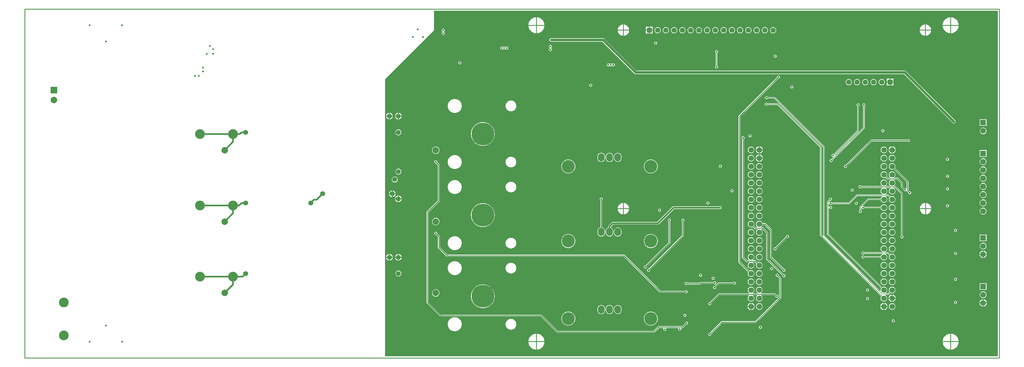
<source format=gbl>
G04 Layer_Physical_Order=4*
G04 Layer_Color=11796480*
%FSLAX43Y43*%
%MOMM*%
G71*
G01*
G75*
%ADD20C,2.000*%
%ADD29C,0.500*%
%ADD30C,0.250*%
%ADD31C,0.150*%
%ADD34C,0.200*%
%ADD36C,0.254*%
%ADD37O,2.000X2.500*%
%ADD38C,7.000*%
%ADD39C,1.524*%
%ADD40C,3.000*%
%ADD41C,1.600*%
%ADD42R,1.600X1.600*%
%ADD45C,1.700*%
%ADD46R,1.750X1.750*%
%ADD47C,1.750*%
%ADD48C,4.000*%
%ADD49R,2.000X2.000*%
%ADD50C,1.800*%
%ADD51R,1.800X1.800*%
%ADD52C,0.600*%
%ADD71C,0.750*%
G36*
X299500Y500D02*
X110900D01*
Y85900D01*
X126000Y101000D01*
X126000Y107000D01*
X299500D01*
Y500D01*
D02*
G37*
%LPC*%
G36*
X149650Y37008D02*
X149327Y36976D01*
X149016Y36882D01*
X148729Y36729D01*
X148478Y36522D01*
X148271Y36271D01*
X148118Y35984D01*
X148024Y35673D01*
X147992Y35350D01*
X148024Y35027D01*
X148118Y34716D01*
X148271Y34429D01*
X148478Y34178D01*
X148729Y33971D01*
X149016Y33818D01*
X149327Y33724D01*
X149650Y33692D01*
X149973Y33724D01*
X150284Y33818D01*
X150571Y33971D01*
X150822Y34178D01*
X151029Y34429D01*
X151182Y34716D01*
X151276Y35027D01*
X151308Y35350D01*
X151276Y35673D01*
X151182Y35984D01*
X151029Y36271D01*
X150822Y36522D01*
X150571Y36729D01*
X150284Y36882D01*
X149973Y36976D01*
X149650Y37008D01*
D02*
G37*
G36*
X295000Y35494D02*
X294732Y35459D01*
X294483Y35355D01*
X294269Y35191D01*
X294105Y34977D01*
X294001Y34728D01*
X293966Y34460D01*
X294001Y34192D01*
X294105Y33943D01*
X294269Y33729D01*
X294483Y33565D01*
X294732Y33461D01*
X295000Y33426D01*
X295268Y33461D01*
X295517Y33565D01*
X295731Y33729D01*
X295895Y33943D01*
X295999Y34192D01*
X296034Y34460D01*
X295999Y34728D01*
X295895Y34977D01*
X295731Y35191D01*
X295517Y35355D01*
X295268Y35459D01*
X295000Y35494D01*
D02*
G37*
G36*
X192700Y38160D02*
X192279Y38119D01*
X191873Y37996D01*
X191500Y37796D01*
X191172Y37528D01*
X190904Y37200D01*
X190704Y36827D01*
X190581Y36421D01*
X190540Y36000D01*
X190581Y35579D01*
X190704Y35173D01*
X190904Y34800D01*
X191172Y34472D01*
X191500Y34204D01*
X191873Y34004D01*
X192279Y33881D01*
X192700Y33840D01*
X193121Y33881D01*
X193527Y34004D01*
X193900Y34204D01*
X194228Y34472D01*
X194496Y34800D01*
X194696Y35173D01*
X194819Y35579D01*
X194860Y36000D01*
X194819Y36421D01*
X194696Y36827D01*
X194496Y37200D01*
X194228Y37528D01*
X193900Y37796D01*
X193527Y37996D01*
X193121Y38119D01*
X192700Y38160D01*
D02*
G37*
G36*
X167300D02*
X166879Y38119D01*
X166473Y37996D01*
X166100Y37796D01*
X165772Y37528D01*
X165504Y37200D01*
X165304Y36827D01*
X165181Y36421D01*
X165140Y36000D01*
X165181Y35579D01*
X165304Y35173D01*
X165504Y34800D01*
X165772Y34472D01*
X166100Y34204D01*
X166473Y34004D01*
X166879Y33881D01*
X167300Y33840D01*
X167721Y33881D01*
X168127Y34004D01*
X168500Y34204D01*
X168828Y34472D01*
X169096Y34800D01*
X169296Y35173D01*
X169419Y35579D01*
X169460Y36000D01*
X169419Y36421D01*
X169296Y36827D01*
X169096Y37200D01*
X168828Y37528D01*
X168500Y37796D01*
X168127Y37996D01*
X167721Y38119D01*
X167300Y38160D01*
D02*
G37*
G36*
X226100Y34629D02*
X225839Y34594D01*
X225596Y34493D01*
X225387Y34333D01*
X225227Y34124D01*
X225126Y33881D01*
X225091Y33620D01*
X225126Y33359D01*
X225227Y33116D01*
X225387Y32907D01*
X225596Y32746D01*
X225839Y32646D01*
X226100Y32611D01*
X226361Y32646D01*
X226604Y32746D01*
X226813Y32907D01*
X226973Y33116D01*
X227074Y33359D01*
X227109Y33620D01*
X227074Y33881D01*
X226973Y34124D01*
X226813Y34333D01*
X226604Y34493D01*
X226361Y34594D01*
X226100Y34629D01*
D02*
G37*
G36*
X223560D02*
X223299Y34594D01*
X223056Y34493D01*
X222847Y34333D01*
X222686Y34124D01*
X222586Y33881D01*
X222551Y33620D01*
X222586Y33359D01*
X222686Y33116D01*
X222847Y32907D01*
X223056Y32746D01*
X223299Y32646D01*
X223560Y32611D01*
X223821Y32646D01*
X224064Y32746D01*
X224273Y32907D01*
X224433Y33116D01*
X224534Y33359D01*
X224569Y33620D01*
X224534Y33881D01*
X224433Y34124D01*
X224273Y34333D01*
X224064Y34493D01*
X223821Y34594D01*
X223560Y34629D01*
D02*
G37*
G36*
X132350Y37510D02*
X131929Y37469D01*
X131523Y37346D01*
X131150Y37146D01*
X130822Y36878D01*
X130554Y36550D01*
X130354Y36177D01*
X130231Y35771D01*
X130190Y35350D01*
X130231Y34929D01*
X130354Y34523D01*
X130554Y34150D01*
X130822Y33822D01*
X131150Y33554D01*
X131523Y33354D01*
X131929Y33231D01*
X132350Y33190D01*
X132771Y33231D01*
X133177Y33354D01*
X133550Y33554D01*
X133878Y33822D01*
X134146Y34150D01*
X134346Y34523D01*
X134469Y34929D01*
X134510Y35350D01*
X134469Y35771D01*
X134346Y36177D01*
X134146Y36550D01*
X133878Y36878D01*
X133550Y37146D01*
X133177Y37346D01*
X132771Y37469D01*
X132350Y37510D01*
D02*
G37*
G36*
X267000Y34629D02*
X266739Y34594D01*
X266496Y34493D01*
X266287Y34333D01*
X266126Y34124D01*
X266026Y33881D01*
X265991Y33620D01*
X266026Y33359D01*
X266126Y33116D01*
X266287Y32907D01*
X266496Y32746D01*
X266739Y32646D01*
X267000Y32611D01*
X267261Y32646D01*
X267504Y32746D01*
X267713Y32907D01*
X267874Y33116D01*
X267974Y33359D01*
X268009Y33620D01*
X267974Y33881D01*
X267874Y34124D01*
X267713Y34333D01*
X267504Y34493D01*
X267261Y34594D01*
X267000Y34629D01*
D02*
G37*
G36*
X234760Y37859D02*
X234584Y37824D01*
X234436Y37724D01*
X234336Y37576D01*
X234301Y37400D01*
X234312Y37348D01*
X231032Y34068D01*
X230980Y34079D01*
X230804Y34044D01*
X230656Y33944D01*
X230556Y33796D01*
X230521Y33620D01*
X230556Y33444D01*
X230656Y33296D01*
X230804Y33196D01*
X230980Y33161D01*
X231156Y33196D01*
X231304Y33296D01*
X231404Y33444D01*
X231439Y33620D01*
X231428Y33672D01*
X234708Y36952D01*
X234760Y36941D01*
X234936Y36976D01*
X235084Y37076D01*
X235184Y37224D01*
X235219Y37400D01*
X235184Y37576D01*
X235084Y37724D01*
X234936Y37824D01*
X234760Y37859D01*
D02*
G37*
G36*
X296025Y38025D02*
X293975D01*
Y35975D01*
X296025D01*
Y38025D01*
D02*
G37*
G36*
X182550Y40210D02*
X182250Y40170D01*
X181970Y40055D01*
X181730Y39870D01*
X181545Y39630D01*
X181430Y39350D01*
X181390Y39050D01*
Y38550D01*
X181430Y38250D01*
X181545Y37970D01*
X181730Y37730D01*
X181970Y37545D01*
X182250Y37430D01*
X182550Y37390D01*
X182850Y37430D01*
X183130Y37545D01*
X183370Y37730D01*
X183555Y37970D01*
X183670Y38250D01*
X183710Y38550D01*
Y39050D01*
X183670Y39350D01*
X183555Y39630D01*
X183370Y39870D01*
X183130Y40055D01*
X182850Y40170D01*
X182550Y40210D01*
D02*
G37*
G36*
X177450Y49409D02*
X177274Y49374D01*
X177126Y49274D01*
X177026Y49126D01*
X176991Y48950D01*
X177026Y48774D01*
X177126Y48626D01*
X177170Y48596D01*
Y40173D01*
X177150Y40170D01*
X176870Y40055D01*
X176630Y39870D01*
X176445Y39630D01*
X176330Y39350D01*
X176290Y39050D01*
Y38550D01*
X176330Y38250D01*
X176445Y37970D01*
X176630Y37730D01*
X176870Y37545D01*
X177150Y37430D01*
X177450Y37390D01*
X177750Y37430D01*
X178030Y37545D01*
X178270Y37730D01*
X178455Y37970D01*
X178570Y38250D01*
X178610Y38550D01*
Y39050D01*
X178570Y39350D01*
X178455Y39630D01*
X178270Y39870D01*
X178030Y40055D01*
X177750Y40170D01*
X177730Y40173D01*
Y48596D01*
X177774Y48626D01*
X177874Y48774D01*
X177909Y48950D01*
X177874Y49126D01*
X177774Y49274D01*
X177626Y49374D01*
X177450Y49409D01*
D02*
G37*
G36*
X226100Y37169D02*
X225839Y37134D01*
X225596Y37033D01*
X225387Y36873D01*
X225227Y36664D01*
X225126Y36421D01*
X225091Y36160D01*
X225126Y35899D01*
X225227Y35656D01*
X225387Y35447D01*
X225596Y35286D01*
X225839Y35186D01*
X226100Y35151D01*
X226361Y35186D01*
X226604Y35286D01*
X226813Y35447D01*
X226973Y35656D01*
X227074Y35899D01*
X227109Y36160D01*
X227074Y36421D01*
X226973Y36664D01*
X226813Y36873D01*
X226604Y37033D01*
X226361Y37134D01*
X226100Y37169D01*
D02*
G37*
G36*
X223560D02*
X223299Y37134D01*
X223056Y37033D01*
X222847Y36873D01*
X222686Y36664D01*
X222586Y36421D01*
X222551Y36160D01*
X222586Y35899D01*
X222686Y35656D01*
X222847Y35447D01*
X223056Y35286D01*
X223299Y35186D01*
X223560Y35151D01*
X223821Y35186D01*
X224064Y35286D01*
X224273Y35447D01*
X224433Y35656D01*
X224534Y35899D01*
X224569Y36160D01*
X224534Y36421D01*
X224433Y36664D01*
X224273Y36873D01*
X224064Y37033D01*
X223821Y37134D01*
X223560Y37169D01*
D02*
G37*
G36*
X267000D02*
X266739Y37134D01*
X266496Y37033D01*
X266287Y36873D01*
X266126Y36664D01*
X266026Y36421D01*
X265991Y36160D01*
X266026Y35899D01*
X266126Y35656D01*
X266287Y35447D01*
X266496Y35286D01*
X266739Y35186D01*
X267000Y35151D01*
X267261Y35186D01*
X267504Y35286D01*
X267713Y35447D01*
X267874Y35656D01*
X267974Y35899D01*
X268009Y36160D01*
X267974Y36421D01*
X267874Y36664D01*
X267713Y36873D01*
X267504Y37033D01*
X267261Y37134D01*
X267000Y37169D01*
D02*
G37*
G36*
X264460D02*
X264199Y37134D01*
X263956Y37033D01*
X263747Y36873D01*
X263586Y36664D01*
X263486Y36421D01*
X263451Y36160D01*
X263486Y35899D01*
X263586Y35656D01*
X263747Y35447D01*
X263956Y35286D01*
X264199Y35186D01*
X264460Y35151D01*
X264721Y35186D01*
X264964Y35286D01*
X265173Y35447D01*
X265333Y35656D01*
X265434Y35899D01*
X265469Y36160D01*
X265434Y36421D01*
X265333Y36664D01*
X265173Y36873D01*
X264964Y37033D01*
X264721Y37134D01*
X264460Y37169D01*
D02*
G37*
G36*
Y34629D02*
X264199Y34594D01*
X263956Y34493D01*
X263747Y34333D01*
X263586Y34124D01*
X263486Y33881D01*
X263451Y33620D01*
X263486Y33359D01*
X263586Y33116D01*
X263747Y32907D01*
X263956Y32746D01*
X264057Y32704D01*
X264023Y32529D01*
X258388D01*
X258324Y32624D01*
X258176Y32724D01*
X258000Y32759D01*
X257824Y32724D01*
X257676Y32624D01*
X257576Y32476D01*
X257541Y32300D01*
X257576Y32124D01*
X257676Y31976D01*
X257824Y31876D01*
X258000Y31841D01*
X258176Y31876D01*
X258324Y31976D01*
X258388Y32071D01*
X263821D01*
X263880Y31896D01*
X263747Y31793D01*
X263586Y31584D01*
X263486Y31341D01*
X263482Y31309D01*
X258408D01*
X258344Y31404D01*
X258196Y31504D01*
X258020Y31539D01*
X257844Y31504D01*
X257696Y31404D01*
X257596Y31256D01*
X257561Y31080D01*
X257596Y30904D01*
X257696Y30756D01*
X257844Y30656D01*
X258020Y30621D01*
X258196Y30656D01*
X258344Y30756D01*
X258408Y30851D01*
X263482D01*
X263486Y30819D01*
X263586Y30576D01*
X263747Y30367D01*
X263956Y30206D01*
X264199Y30106D01*
X264460Y30071D01*
X264721Y30106D01*
X264964Y30206D01*
X265173Y30367D01*
X265333Y30576D01*
X265434Y30819D01*
X265469Y31080D01*
X265434Y31341D01*
X265333Y31584D01*
X265173Y31793D01*
X265040Y31896D01*
X265099Y32071D01*
X265685D01*
X266146Y31610D01*
X266126Y31584D01*
X266026Y31341D01*
X265991Y31080D01*
X266026Y30819D01*
X266126Y30576D01*
X266287Y30367D01*
X266496Y30206D01*
X266739Y30106D01*
X267000Y30071D01*
X267261Y30106D01*
X267504Y30206D01*
X267713Y30367D01*
X267874Y30576D01*
X267974Y30819D01*
X268009Y31080D01*
X267974Y31341D01*
X267874Y31584D01*
X267713Y31793D01*
X267504Y31953D01*
X267261Y32054D01*
X267000Y32089D01*
X266739Y32054D01*
X266496Y31953D01*
X266470Y31934D01*
X265942Y32462D01*
X265868Y32512D01*
X265780Y32529D01*
X264897D01*
X264863Y32704D01*
X264964Y32746D01*
X265173Y32907D01*
X265333Y33116D01*
X265434Y33359D01*
X265469Y33620D01*
X265434Y33881D01*
X265333Y34124D01*
X265173Y34333D01*
X264964Y34493D01*
X264721Y34594D01*
X264460Y34629D01*
D02*
G37*
G36*
X113258Y30873D02*
X112377D01*
Y29992D01*
X112515Y30010D01*
X112762Y30113D01*
X112975Y30275D01*
X113137Y30488D01*
X113240Y30735D01*
X113258Y30873D01*
D02*
G37*
G36*
X114873D02*
X113992D01*
X114010Y30735D01*
X114113Y30488D01*
X114275Y30275D01*
X114488Y30113D01*
X114735Y30010D01*
X114873Y29992D01*
Y30873D01*
D02*
G37*
G36*
X294873Y31793D02*
X293878D01*
X293900Y31625D01*
X294014Y31351D01*
X294195Y31115D01*
X294431Y30934D01*
X294705Y30820D01*
X294873Y30798D01*
Y31793D01*
D02*
G37*
G36*
X226100Y32089D02*
X225839Y32054D01*
X225596Y31953D01*
X225387Y31793D01*
X225227Y31584D01*
X225126Y31341D01*
X225091Y31080D01*
X225126Y30819D01*
X225227Y30576D01*
X225387Y30367D01*
X225596Y30206D01*
X225839Y30106D01*
X226100Y30071D01*
X226361Y30106D01*
X226604Y30206D01*
X226813Y30367D01*
X226973Y30576D01*
X227074Y30819D01*
X227109Y31080D01*
X227074Y31341D01*
X226973Y31584D01*
X226813Y31793D01*
X226604Y31953D01*
X226361Y32054D01*
X226100Y32089D01*
D02*
G37*
G36*
X198400Y42959D02*
X198224Y42924D01*
X198076Y42824D01*
X197976Y42676D01*
X197941Y42500D01*
X197976Y42324D01*
X198076Y42176D01*
X198120Y42146D01*
Y35516D01*
X191052Y28448D01*
X191000Y28459D01*
X190824Y28424D01*
X190676Y28324D01*
X190576Y28176D01*
X190541Y28000D01*
X190576Y27824D01*
X190676Y27676D01*
X190824Y27576D01*
X191000Y27541D01*
X191176Y27576D01*
X191324Y27676D01*
X191424Y27824D01*
X191459Y28000D01*
X191448Y28052D01*
X198598Y35202D01*
X198659Y35293D01*
X198680Y35400D01*
Y42146D01*
X198724Y42176D01*
X198824Y42324D01*
X198859Y42500D01*
X198824Y42676D01*
X198724Y42824D01*
X198576Y42924D01*
X198400Y42959D01*
D02*
G37*
G36*
X267000Y29549D02*
X266739Y29514D01*
X266496Y29413D01*
X266287Y29253D01*
X266126Y29044D01*
X266026Y28801D01*
X265991Y28540D01*
X266026Y28279D01*
X266126Y28036D01*
X266287Y27827D01*
X266496Y27667D01*
X266739Y27566D01*
X267000Y27531D01*
X267261Y27566D01*
X267504Y27667D01*
X267713Y27827D01*
X267874Y28036D01*
X267974Y28279D01*
X268009Y28540D01*
X267974Y28801D01*
X267874Y29044D01*
X267713Y29253D01*
X267504Y29413D01*
X267261Y29514D01*
X267000Y29549D01*
D02*
G37*
G36*
X116008Y30873D02*
X115127D01*
Y29992D01*
X115265Y30010D01*
X115512Y30113D01*
X115725Y30275D01*
X115887Y30488D01*
X115990Y30735D01*
X116008Y30873D01*
D02*
G37*
G36*
X112123D02*
X111242D01*
X111260Y30735D01*
X111363Y30488D01*
X111525Y30275D01*
X111738Y30113D01*
X111985Y30010D01*
X112123Y29992D01*
Y30873D01*
D02*
G37*
G36*
X286500Y32659D02*
X286324Y32624D01*
X286176Y32524D01*
X286076Y32376D01*
X286041Y32200D01*
X286076Y32024D01*
X286176Y31876D01*
X286324Y31776D01*
X286500Y31741D01*
X286676Y31776D01*
X286824Y31876D01*
X286924Y32024D01*
X286959Y32200D01*
X286924Y32376D01*
X286824Y32524D01*
X286676Y32624D01*
X286500Y32659D01*
D02*
G37*
G36*
X112377Y32008D02*
Y31127D01*
X113258D01*
X113240Y31265D01*
X113137Y31512D01*
X112975Y31725D01*
X112762Y31887D01*
X112515Y31990D01*
X112377Y32008D01*
D02*
G37*
G36*
X295127Y33042D02*
Y32047D01*
X296122D01*
X296100Y32215D01*
X295986Y32489D01*
X295805Y32725D01*
X295569Y32906D01*
X295295Y33020D01*
X295127Y33042D01*
D02*
G37*
G36*
X294873Y33042D02*
X294705Y33020D01*
X294431Y32906D01*
X294195Y32725D01*
X294014Y32489D01*
X293900Y32215D01*
X293878Y32047D01*
X294873D01*
Y33042D01*
D02*
G37*
G36*
X112123Y32008D02*
X111985Y31990D01*
X111738Y31887D01*
X111525Y31725D01*
X111363Y31512D01*
X111260Y31265D01*
X111242Y31127D01*
X112123D01*
Y32008D01*
D02*
G37*
G36*
X296122Y31793D02*
X295127D01*
Y30798D01*
X295295Y30820D01*
X295569Y30934D01*
X295805Y31115D01*
X295986Y31351D01*
X296100Y31625D01*
X296122Y31793D01*
D02*
G37*
G36*
X115127Y32008D02*
Y31127D01*
X116008D01*
X115990Y31265D01*
X115887Y31512D01*
X115725Y31725D01*
X115512Y31887D01*
X115265Y31990D01*
X115127Y32008D01*
D02*
G37*
G36*
X114873Y32008D02*
X114735Y31990D01*
X114488Y31887D01*
X114275Y31725D01*
X114113Y31512D01*
X114010Y31265D01*
X113992Y31127D01*
X114873D01*
Y32008D01*
D02*
G37*
G36*
X267000Y47329D02*
X266739Y47294D01*
X266496Y47193D01*
X266287Y47033D01*
X266126Y46824D01*
X266026Y46581D01*
X265991Y46320D01*
X266026Y46059D01*
X266126Y45816D01*
X266287Y45607D01*
X266496Y45446D01*
X266739Y45346D01*
X267000Y45311D01*
X267261Y45346D01*
X267504Y45446D01*
X267713Y45607D01*
X267874Y45816D01*
X267974Y46059D01*
X268009Y46320D01*
X267974Y46581D01*
X267874Y46824D01*
X267713Y47033D01*
X267504Y47193D01*
X267261Y47294D01*
X267000Y47329D01*
D02*
G37*
G36*
X226100D02*
X225839Y47294D01*
X225596Y47193D01*
X225387Y47033D01*
X225227Y46824D01*
X225126Y46581D01*
X225091Y46320D01*
X225126Y46059D01*
X225227Y45816D01*
X225387Y45607D01*
X225596Y45446D01*
X225839Y45346D01*
X226100Y45311D01*
X226361Y45346D01*
X226604Y45446D01*
X226813Y45607D01*
X226973Y45816D01*
X227074Y46059D01*
X227109Y46320D01*
X227074Y46581D01*
X226973Y46824D01*
X226813Y47033D01*
X226604Y47193D01*
X226361Y47294D01*
X226100Y47329D01*
D02*
G37*
G36*
X184123Y47750D02*
X183906Y47729D01*
X183576Y47628D01*
X183271Y47465D01*
X183004Y47246D01*
X182785Y46979D01*
X182622Y46674D01*
X182521Y46344D01*
X182500Y46127D01*
X184123D01*
Y47750D01*
D02*
G37*
G36*
X214000Y46759D02*
X213824Y46724D01*
X213800Y46708D01*
X199700D01*
X199544Y46677D01*
X199412Y46588D01*
X199412Y46588D01*
X194731Y41908D01*
X181000D01*
X181000Y41908D01*
X180844Y41877D01*
X180712Y41788D01*
X179712Y40788D01*
X179623Y40656D01*
X179592Y40500D01*
X179592Y40500D01*
Y40126D01*
X179420Y40055D01*
X179180Y39870D01*
X178995Y39630D01*
X178880Y39350D01*
X178840Y39050D01*
Y38550D01*
X178880Y38250D01*
X178995Y37970D01*
X179180Y37730D01*
X179420Y37545D01*
X179700Y37430D01*
X180000Y37390D01*
X180300Y37430D01*
X180580Y37545D01*
X180820Y37730D01*
X181005Y37970D01*
X181120Y38250D01*
X181160Y38550D01*
Y39050D01*
X181120Y39350D01*
X181005Y39630D01*
X180820Y39870D01*
X180580Y40055D01*
X180408Y40126D01*
Y40331D01*
X181169Y41092D01*
X194900D01*
X194900Y41092D01*
X195056Y41123D01*
X195188Y41212D01*
X199869Y45892D01*
X213800D01*
X213824Y45876D01*
X214000Y45841D01*
X214176Y45876D01*
X214324Y45976D01*
X214424Y46124D01*
X214459Y46300D01*
X214424Y46476D01*
X214324Y46624D01*
X214176Y46724D01*
X214000Y46759D01*
D02*
G37*
G36*
X279020Y45873D02*
X277397D01*
Y44250D01*
X277614Y44271D01*
X277944Y44372D01*
X278249Y44535D01*
X278516Y44754D01*
X278735Y45021D01*
X278898Y45326D01*
X278999Y45656D01*
X279020Y45873D01*
D02*
G37*
G36*
X277143D02*
X275520D01*
X275541Y45656D01*
X275642Y45326D01*
X275805Y45021D01*
X276024Y44754D01*
X276291Y44535D01*
X276596Y44372D01*
X276926Y44271D01*
X277143Y44250D01*
Y45873D01*
D02*
G37*
G36*
X223560Y47329D02*
X223299Y47294D01*
X223056Y47193D01*
X222847Y47033D01*
X222686Y46824D01*
X222586Y46581D01*
X222551Y46320D01*
X222586Y46059D01*
X222686Y45816D01*
X222847Y45607D01*
X223056Y45446D01*
X223299Y45346D01*
X223560Y45311D01*
X223821Y45346D01*
X224064Y45446D01*
X224273Y45607D01*
X224433Y45816D01*
X224534Y46059D01*
X224569Y46320D01*
X224534Y46581D01*
X224433Y46824D01*
X224273Y47033D01*
X224064Y47193D01*
X223821Y47294D01*
X223560Y47329D01*
D02*
G37*
G36*
X195400Y45959D02*
X195224Y45924D01*
X195076Y45824D01*
X194976Y45676D01*
X194941Y45500D01*
X194976Y45324D01*
X195076Y45176D01*
X195224Y45076D01*
X195400Y45041D01*
X195576Y45076D01*
X195724Y45176D01*
X195824Y45324D01*
X195859Y45500D01*
X195824Y45676D01*
X195724Y45824D01*
X195576Y45924D01*
X195400Y45959D01*
D02*
G37*
G36*
X255965Y48094D02*
X255789Y48059D01*
X255641Y47959D01*
X255541Y47811D01*
X255506Y47635D01*
X255541Y47459D01*
X255641Y47311D01*
X255789Y47211D01*
X255965Y47176D01*
X256141Y47211D01*
X256289Y47311D01*
X256389Y47459D01*
X256424Y47635D01*
X256389Y47811D01*
X256289Y47959D01*
X256141Y48059D01*
X255965Y48094D01*
D02*
G37*
G36*
X295000Y48819D02*
X294726Y48783D01*
X294470Y48677D01*
X294251Y48509D01*
X294083Y48290D01*
X293977Y48034D01*
X293941Y47760D01*
X293977Y47486D01*
X294083Y47230D01*
X294251Y47011D01*
X294470Y46843D01*
X294726Y46737D01*
X295000Y46701D01*
X295274Y46737D01*
X295530Y46843D01*
X295749Y47011D01*
X295917Y47230D01*
X296023Y47486D01*
X296059Y47760D01*
X296023Y48034D01*
X295917Y48290D01*
X295749Y48509D01*
X295530Y48677D01*
X295274Y48783D01*
X295000Y48819D01*
D02*
G37*
G36*
X223560Y49869D02*
X223299Y49834D01*
X223056Y49733D01*
X222847Y49573D01*
X222686Y49364D01*
X222586Y49121D01*
X222551Y48860D01*
X222586Y48599D01*
X222686Y48356D01*
X222847Y48147D01*
X223056Y47986D01*
X223299Y47886D01*
X223560Y47851D01*
X223821Y47886D01*
X224064Y47986D01*
X224273Y48147D01*
X224433Y48356D01*
X224534Y48599D01*
X224569Y48860D01*
X224534Y49121D01*
X224433Y49364D01*
X224273Y49573D01*
X224064Y49733D01*
X223821Y49834D01*
X223560Y49869D01*
D02*
G37*
G36*
X210270Y48189D02*
X210094Y48154D01*
X209946Y48054D01*
X209846Y47906D01*
X209811Y47730D01*
X209846Y47554D01*
X209946Y47406D01*
X210094Y47306D01*
X210270Y47271D01*
X210446Y47306D01*
X210594Y47406D01*
X210694Y47554D01*
X210729Y47730D01*
X210694Y47906D01*
X210594Y48054D01*
X210446Y48154D01*
X210270Y48189D01*
D02*
G37*
G36*
X277143Y47750D02*
X276926Y47729D01*
X276596Y47628D01*
X276291Y47465D01*
X276024Y47246D01*
X275805Y46979D01*
X275642Y46674D01*
X275541Y46344D01*
X275520Y46127D01*
X277143D01*
Y47750D01*
D02*
G37*
G36*
X184377D02*
Y46127D01*
X186000D01*
X185979Y46344D01*
X185878Y46674D01*
X185715Y46979D01*
X185496Y47246D01*
X185229Y47465D01*
X184924Y47628D01*
X184594Y47729D01*
X184377Y47750D01*
D02*
G37*
G36*
X284000Y47359D02*
X283824Y47324D01*
X283676Y47224D01*
X283576Y47076D01*
X283541Y46900D01*
X283576Y46724D01*
X283676Y46576D01*
X283824Y46476D01*
X284000Y46441D01*
X284176Y46476D01*
X284324Y46576D01*
X284424Y46724D01*
X284459Y46900D01*
X284424Y47076D01*
X284324Y47224D01*
X284176Y47324D01*
X284000Y47359D01*
D02*
G37*
G36*
X277397Y47750D02*
Y46127D01*
X279020D01*
X278999Y46344D01*
X278898Y46674D01*
X278735Y46979D01*
X278516Y47246D01*
X278249Y47465D01*
X277944Y47628D01*
X277614Y47729D01*
X277397Y47750D01*
D02*
G37*
G36*
X186000Y45873D02*
X184377D01*
Y44250D01*
X184594Y44271D01*
X184924Y44372D01*
X185229Y44535D01*
X185496Y44754D01*
X185715Y45021D01*
X185878Y45326D01*
X185979Y45656D01*
X186000Y45873D01*
D02*
G37*
G36*
X264460Y42249D02*
X264199Y42214D01*
X263956Y42113D01*
X263747Y41953D01*
X263586Y41744D01*
X263486Y41501D01*
X263451Y41240D01*
X263486Y40979D01*
X263586Y40736D01*
X263747Y40527D01*
X263956Y40367D01*
X264199Y40266D01*
X264460Y40231D01*
X264721Y40266D01*
X264964Y40367D01*
X265173Y40527D01*
X265333Y40736D01*
X265434Y40979D01*
X265469Y41240D01*
X265434Y41501D01*
X265333Y41744D01*
X265173Y41953D01*
X264964Y42113D01*
X264721Y42214D01*
X264460Y42249D01*
D02*
G37*
G36*
X286500Y39759D02*
X286324Y39724D01*
X286176Y39624D01*
X286076Y39476D01*
X286041Y39300D01*
X286076Y39124D01*
X286176Y38976D01*
X286324Y38876D01*
X286500Y38841D01*
X286676Y38876D01*
X286824Y38976D01*
X286924Y39124D01*
X286959Y39300D01*
X286924Y39476D01*
X286824Y39624D01*
X286676Y39724D01*
X286500Y39759D01*
D02*
G37*
G36*
X226100Y42249D02*
X225839Y42214D01*
X225596Y42113D01*
X225387Y41953D01*
X225227Y41744D01*
X225126Y41501D01*
X225091Y41240D01*
X225126Y40979D01*
X225227Y40736D01*
X225387Y40527D01*
X225480Y40455D01*
X225420Y40280D01*
X224916D01*
X224441Y40755D01*
X224534Y40979D01*
X224569Y41240D01*
X224534Y41501D01*
X224433Y41744D01*
X224273Y41953D01*
X224064Y42113D01*
X223821Y42214D01*
X223560Y42249D01*
X223299Y42214D01*
X223056Y42113D01*
X222847Y41953D01*
X222686Y41744D01*
X222586Y41501D01*
X222551Y41240D01*
X222586Y40979D01*
X222686Y40736D01*
X222847Y40527D01*
X223056Y40367D01*
X223299Y40266D01*
X223560Y40231D01*
X223821Y40266D01*
X224045Y40358D01*
X224602Y39802D01*
X224693Y39741D01*
X224800Y39720D01*
X225513D01*
X225519Y39710D01*
X225558Y39545D01*
X225387Y39413D01*
X225227Y39204D01*
X225126Y38961D01*
X225091Y38700D01*
X225126Y38439D01*
X225227Y38196D01*
X225387Y37987D01*
X225596Y37826D01*
X225839Y37726D01*
X226100Y37691D01*
X226361Y37726D01*
X226604Y37826D01*
X226813Y37987D01*
X226973Y38196D01*
X227074Y38439D01*
X227109Y38700D01*
X227074Y38961D01*
X226973Y39204D01*
X226813Y39413D01*
X226642Y39545D01*
X226681Y39710D01*
X226687Y39720D01*
X226984D01*
X228220Y38484D01*
Y30500D01*
X228241Y30393D01*
X228302Y30302D01*
X233252Y25352D01*
X233241Y25300D01*
X233276Y25124D01*
X233376Y24976D01*
X233524Y24876D01*
X233700Y24841D01*
X233876Y24876D01*
X234024Y24976D01*
X234124Y25124D01*
X234159Y25300D01*
X234124Y25476D01*
X234024Y25624D01*
X233876Y25724D01*
X233700Y25759D01*
X233648Y25748D01*
X228780Y30616D01*
Y38600D01*
X228759Y38707D01*
X228698Y38798D01*
X227298Y40198D01*
X227207Y40259D01*
X227100Y40280D01*
X226780D01*
X226720Y40455D01*
X226813Y40527D01*
X226973Y40736D01*
X227066Y40960D01*
X227744D01*
X229420Y39284D01*
Y31000D01*
X229441Y30893D01*
X229502Y30802D01*
X233252Y27052D01*
X233241Y27000D01*
X233276Y26824D01*
X233376Y26676D01*
X233524Y26576D01*
X233700Y26541D01*
X233876Y26576D01*
X234024Y26676D01*
X234124Y26824D01*
X234159Y27000D01*
X234124Y27176D01*
X234024Y27324D01*
X233876Y27424D01*
X233700Y27459D01*
X233648Y27448D01*
X229980Y31116D01*
Y39400D01*
X229959Y39507D01*
X229898Y39598D01*
X228058Y41438D01*
X227967Y41499D01*
X227860Y41520D01*
X227066D01*
X226973Y41744D01*
X226813Y41953D01*
X226604Y42113D01*
X226361Y42214D01*
X226100Y42249D01*
D02*
G37*
G36*
X267000D02*
X266739Y42214D01*
X266496Y42113D01*
X266287Y41953D01*
X266126Y41744D01*
X266026Y41501D01*
X265991Y41240D01*
X266026Y40979D01*
X266126Y40736D01*
X266287Y40527D01*
X266496Y40367D01*
X266739Y40266D01*
X267000Y40231D01*
X267261Y40266D01*
X267504Y40367D01*
X267713Y40527D01*
X267874Y40736D01*
X267974Y40979D01*
X268009Y41240D01*
X267974Y41501D01*
X267874Y41744D01*
X267713Y41953D01*
X267504Y42113D01*
X267261Y42214D01*
X267000Y42249D01*
D02*
G37*
G36*
X223560Y39709D02*
X223299Y39674D01*
X223056Y39573D01*
X222847Y39413D01*
X222686Y39204D01*
X222586Y38961D01*
X222551Y38700D01*
X222586Y38439D01*
X222686Y38196D01*
X222847Y37987D01*
X223056Y37826D01*
X223299Y37726D01*
X223560Y37691D01*
X223821Y37726D01*
X224064Y37826D01*
X224273Y37987D01*
X224433Y38196D01*
X224534Y38439D01*
X224569Y38700D01*
X224534Y38961D01*
X224433Y39204D01*
X224273Y39413D01*
X224064Y39573D01*
X223821Y39674D01*
X223560Y39709D01*
D02*
G37*
G36*
X228300Y80659D02*
X228124Y80624D01*
X227976Y80524D01*
X227876Y80376D01*
X227841Y80200D01*
X227876Y80024D01*
X227976Y79876D01*
X228124Y79776D01*
X228300Y79741D01*
X228476Y79776D01*
X228624Y79876D01*
X228688Y79971D01*
X230705D01*
X245771Y64905D01*
Y37700D01*
X245785Y37627D01*
X245777Y37617D01*
X245588Y37576D01*
X245229Y37935D01*
Y65000D01*
X245212Y65088D01*
X245162Y65162D01*
X231962Y78362D01*
X231888Y78412D01*
X231800Y78429D01*
X228587D01*
X228524Y78524D01*
X228375Y78624D01*
X228200Y78659D01*
X228024Y78624D01*
X227875Y78524D01*
X227776Y78375D01*
X227741Y78200D01*
X227776Y78024D01*
X227875Y77875D01*
X228024Y77776D01*
X228200Y77741D01*
X228375Y77776D01*
X228524Y77875D01*
X228587Y77970D01*
X231705D01*
X244771Y64905D01*
Y37840D01*
X244788Y37752D01*
X244838Y37678D01*
X263606Y18910D01*
X263586Y18884D01*
X263486Y18641D01*
X263451Y18380D01*
X263486Y18119D01*
X263586Y17876D01*
X263747Y17667D01*
X263956Y17507D01*
X264199Y17406D01*
X264460Y17371D01*
X264721Y17406D01*
X264964Y17507D01*
X265173Y17667D01*
X265333Y17876D01*
X265434Y18119D01*
X265469Y18380D01*
X265434Y18641D01*
X265333Y18884D01*
X265173Y19093D01*
X264964Y19253D01*
X264863Y19296D01*
X264897Y19471D01*
X265780D01*
X265868Y19488D01*
X265942Y19538D01*
X266470Y20066D01*
X266496Y20046D01*
X266739Y19946D01*
X267000Y19911D01*
X267261Y19946D01*
X267504Y20046D01*
X267713Y20207D01*
X267874Y20416D01*
X267974Y20659D01*
X268009Y20920D01*
X267974Y21181D01*
X267874Y21424D01*
X267713Y21633D01*
X267504Y21793D01*
X267261Y21894D01*
X267000Y21929D01*
X266739Y21894D01*
X266496Y21793D01*
X266287Y21633D01*
X266126Y21424D01*
X266026Y21181D01*
X265991Y20920D01*
X266026Y20659D01*
X266126Y20416D01*
X266146Y20390D01*
X265685Y19929D01*
X265099D01*
X265040Y20104D01*
X265173Y20207D01*
X265333Y20416D01*
X265434Y20659D01*
X265469Y20920D01*
X265434Y21181D01*
X265333Y21424D01*
X265173Y21633D01*
X264964Y21793D01*
X264721Y21894D01*
X264460Y21929D01*
X264199Y21894D01*
X263956Y21793D01*
X263930Y21774D01*
X247429Y38275D01*
Y46206D01*
X247604Y46223D01*
X247611Y46189D01*
X247711Y46041D01*
X247859Y45941D01*
X248035Y45906D01*
X248211Y45941D01*
X248359Y46041D01*
X248459Y46189D01*
X248494Y46365D01*
X248459Y46541D01*
X248359Y46689D01*
X248211Y46789D01*
X248035Y46824D01*
X247859Y46789D01*
X247711Y46689D01*
X247611Y46541D01*
X247604Y46507D01*
X247429Y46524D01*
Y47476D01*
X247604Y47493D01*
X247611Y47459D01*
X247711Y47311D01*
X247859Y47211D01*
X248035Y47176D01*
X248211Y47211D01*
X248359Y47311D01*
X248423Y47406D01*
X253635D01*
X253723Y47423D01*
X253797Y47473D01*
X256195Y49871D01*
X263847D01*
X263906Y49696D01*
X263747Y49573D01*
X263586Y49364D01*
X263486Y49121D01*
X263482Y49089D01*
X259560D01*
X259560Y49089D01*
X259472Y49072D01*
X259398Y49022D01*
X257033Y46657D01*
X256983Y46583D01*
X256966Y46495D01*
Y45483D01*
X256871Y45419D01*
X256771Y45271D01*
X256736Y45095D01*
X256771Y44919D01*
X256871Y44771D01*
X257019Y44671D01*
X257195Y44636D01*
X257371Y44671D01*
X257519Y44771D01*
X257619Y44919D01*
X257654Y45095D01*
X257619Y45271D01*
X257519Y45419D01*
X257424Y45483D01*
Y46111D01*
X257596Y46144D01*
X257696Y45996D01*
X257844Y45896D01*
X258020Y45861D01*
X258196Y45896D01*
X258344Y45996D01*
X258408Y46091D01*
X263482D01*
X263486Y46059D01*
X263586Y45816D01*
X263747Y45607D01*
X263956Y45446D01*
X264199Y45346D01*
X264460Y45311D01*
X264721Y45346D01*
X264964Y45446D01*
X265173Y45607D01*
X265333Y45816D01*
X265434Y46059D01*
X265469Y46320D01*
X265434Y46581D01*
X265333Y46824D01*
X265173Y47033D01*
X264964Y47193D01*
X264721Y47294D01*
X264460Y47329D01*
X264199Y47294D01*
X263956Y47193D01*
X263747Y47033D01*
X263586Y46824D01*
X263486Y46581D01*
X263482Y46549D01*
X258408D01*
X258344Y46644D01*
X258196Y46744D01*
X258046Y46774D01*
X257998Y46856D01*
X257972Y46948D01*
X259655Y48631D01*
X263482D01*
X263486Y48599D01*
X263586Y48356D01*
X263747Y48147D01*
X263956Y47986D01*
X264199Y47886D01*
X264460Y47851D01*
X264721Y47886D01*
X264964Y47986D01*
X265173Y48147D01*
X265333Y48356D01*
X265434Y48599D01*
X265469Y48860D01*
X265434Y49121D01*
X265333Y49364D01*
X265173Y49573D01*
X265014Y49696D01*
X265073Y49871D01*
X265665D01*
X266146Y49390D01*
X266126Y49364D01*
X266026Y49121D01*
X265991Y48860D01*
X266026Y48599D01*
X266126Y48356D01*
X266287Y48147D01*
X266496Y47986D01*
X266739Y47886D01*
X267000Y47851D01*
X267261Y47886D01*
X267504Y47986D01*
X267713Y48147D01*
X267874Y48356D01*
X267974Y48599D01*
X268009Y48860D01*
X267974Y49121D01*
X267874Y49364D01*
X267713Y49573D01*
X267504Y49733D01*
X267261Y49834D01*
X267000Y49869D01*
X266739Y49834D01*
X266496Y49733D01*
X266470Y49714D01*
X265922Y50262D01*
X265848Y50312D01*
X265760Y50329D01*
X264946D01*
X264911Y50504D01*
X264964Y50527D01*
X265173Y50687D01*
X265333Y50896D01*
X265434Y51139D01*
X265469Y51400D01*
X265434Y51661D01*
X265333Y51904D01*
X265173Y52113D01*
X265002Y52245D01*
X265041Y52410D01*
X265047Y52420D01*
X266413D01*
X266419Y52410D01*
X266458Y52245D01*
X266287Y52113D01*
X266126Y51904D01*
X266026Y51661D01*
X265991Y51400D01*
X266026Y51139D01*
X266126Y50896D01*
X266287Y50687D01*
X266496Y50527D01*
X266739Y50426D01*
X267000Y50391D01*
X267261Y50426D01*
X267504Y50527D01*
X267713Y50687D01*
X267874Y50896D01*
X267974Y51139D01*
X268009Y51400D01*
X267974Y51661D01*
X267874Y51904D01*
X267713Y52113D01*
X267542Y52245D01*
X267581Y52410D01*
X267587Y52420D01*
X267884D01*
X269720Y50584D01*
Y37654D01*
X269676Y37624D01*
X269576Y37476D01*
X269541Y37300D01*
X269576Y37124D01*
X269676Y36976D01*
X269824Y36876D01*
X270000Y36841D01*
X270176Y36876D01*
X270324Y36976D01*
X270424Y37124D01*
X270459Y37300D01*
X270424Y37476D01*
X270324Y37624D01*
X270280Y37654D01*
Y50700D01*
X270259Y50807D01*
X270198Y50898D01*
X268198Y52898D01*
X268107Y52959D01*
X268000Y52980D01*
X267680D01*
X267620Y53155D01*
X267713Y53227D01*
X267874Y53436D01*
X267974Y53679D01*
X268009Y53940D01*
X267974Y54201D01*
X267874Y54444D01*
X267713Y54653D01*
X267594Y54745D01*
X267654Y54920D01*
X268584D01*
X269720Y53784D01*
Y52800D01*
X269741Y52693D01*
X269802Y52602D01*
X270552Y51852D01*
X270541Y51800D01*
X270576Y51624D01*
X270676Y51476D01*
X270824Y51376D01*
X271000Y51341D01*
X271176Y51376D01*
X271278Y51445D01*
X271350Y51466D01*
X271494Y51414D01*
X271502Y51402D01*
X271952Y50952D01*
X271941Y50900D01*
X271976Y50724D01*
X272076Y50576D01*
X272224Y50476D01*
X272400Y50441D01*
X272576Y50476D01*
X272724Y50576D01*
X272824Y50724D01*
X272859Y50900D01*
X272824Y51076D01*
X272724Y51224D01*
X272576Y51324D01*
X272400Y51359D01*
X272348Y51348D01*
X271980Y51716D01*
Y54320D01*
X271959Y54427D01*
X271898Y54518D01*
X267882Y58535D01*
X267974Y58759D01*
X268009Y59020D01*
X267974Y59281D01*
X267874Y59524D01*
X267713Y59733D01*
X267504Y59893D01*
X267261Y59994D01*
X267000Y60029D01*
X266739Y59994D01*
X266496Y59893D01*
X266287Y59733D01*
X266126Y59524D01*
X266026Y59281D01*
X265991Y59020D01*
X266026Y58759D01*
X266126Y58516D01*
X266287Y58307D01*
X266496Y58146D01*
X266739Y58046D01*
X267000Y58011D01*
X267261Y58046D01*
X267485Y58138D01*
X271420Y54204D01*
Y52271D01*
X271245Y52178D01*
X271176Y52224D01*
X271000Y52259D01*
X270948Y52248D01*
X270280Y52916D01*
Y53900D01*
X270259Y54007D01*
X270198Y54098D01*
X268898Y55398D01*
X268807Y55459D01*
X268700Y55480D01*
X267627D01*
X267568Y55655D01*
X267713Y55767D01*
X267874Y55976D01*
X267974Y56219D01*
X268009Y56480D01*
X267974Y56741D01*
X267874Y56984D01*
X267713Y57193D01*
X267504Y57353D01*
X267261Y57454D01*
X267000Y57489D01*
X266739Y57454D01*
X266496Y57353D01*
X266287Y57193D01*
X266126Y56984D01*
X266026Y56741D01*
X265991Y56480D01*
X266026Y56219D01*
X266126Y55976D01*
X266287Y55767D01*
X266432Y55655D01*
X266373Y55480D01*
X265856D01*
X265341Y55995D01*
X265434Y56219D01*
X265469Y56480D01*
X265434Y56741D01*
X265333Y56984D01*
X265173Y57193D01*
X264964Y57353D01*
X264721Y57454D01*
X264460Y57489D01*
X264199Y57454D01*
X263956Y57353D01*
X263747Y57193D01*
X263586Y56984D01*
X263486Y56741D01*
X263451Y56480D01*
X263486Y56219D01*
X263586Y55976D01*
X263747Y55767D01*
X263956Y55606D01*
X264199Y55506D01*
X264460Y55471D01*
X264721Y55506D01*
X264945Y55598D01*
X265542Y55002D01*
X265633Y54941D01*
X265740Y54920D01*
X266346D01*
X266406Y54745D01*
X266287Y54653D01*
X266126Y54444D01*
X266026Y54201D01*
X265991Y53940D01*
X266026Y53679D01*
X266126Y53436D01*
X266287Y53227D01*
X266380Y53155D01*
X266320Y52980D01*
X265140D01*
X265080Y53155D01*
X265173Y53227D01*
X265333Y53436D01*
X265434Y53679D01*
X265469Y53940D01*
X265434Y54201D01*
X265333Y54444D01*
X265173Y54653D01*
X264964Y54813D01*
X264721Y54914D01*
X264460Y54949D01*
X264199Y54914D01*
X263956Y54813D01*
X263747Y54653D01*
X263586Y54444D01*
X263486Y54201D01*
X263451Y53940D01*
X263486Y53679D01*
X263586Y53436D01*
X263747Y53227D01*
X263840Y53155D01*
X263780Y52980D01*
X257454D01*
X257424Y53024D01*
X257276Y53124D01*
X257100Y53159D01*
X256924Y53124D01*
X256776Y53024D01*
X256676Y52876D01*
X256641Y52700D01*
X256676Y52524D01*
X256776Y52376D01*
X256924Y52276D01*
X257100Y52241D01*
X257276Y52276D01*
X257424Y52376D01*
X257454Y52420D01*
X263873D01*
X263879Y52410D01*
X263918Y52245D01*
X263747Y52113D01*
X263586Y51904D01*
X263486Y51661D01*
X263451Y51400D01*
X263486Y51139D01*
X263586Y50896D01*
X263747Y50687D01*
X263956Y50527D01*
X264009Y50504D01*
X263974Y50329D01*
X256100D01*
X256012Y50312D01*
X255938Y50262D01*
X253540Y47864D01*
X248423D01*
X248359Y47959D01*
X248211Y48059D01*
X248035Y48094D01*
X247859Y48059D01*
X247711Y47959D01*
X247611Y47811D01*
X247604Y47777D01*
X247429Y47794D01*
Y48015D01*
X247883Y48468D01*
X247995Y48446D01*
X248171Y48481D01*
X248319Y48581D01*
X248419Y48729D01*
X248454Y48905D01*
X248419Y49081D01*
X248319Y49229D01*
X248171Y49329D01*
X247995Y49364D01*
X247819Y49329D01*
X247671Y49229D01*
X247571Y49081D01*
X247536Y48905D01*
X247558Y48793D01*
X247038Y48272D01*
X246988Y48198D01*
X246971Y48110D01*
Y38180D01*
X246988Y38092D01*
X247038Y38018D01*
X263606Y21450D01*
X263586Y21424D01*
X263486Y21181D01*
X263451Y20920D01*
X263466Y20805D01*
X263301Y20724D01*
X246229Y37795D01*
Y65000D01*
X246212Y65088D01*
X246162Y65162D01*
X230962Y80362D01*
X230888Y80412D01*
X230800Y80429D01*
X228688D01*
X228624Y80524D01*
X228476Y80624D01*
X228300Y80659D01*
D02*
G37*
G36*
X267000Y39709D02*
X266739Y39674D01*
X266496Y39573D01*
X266287Y39413D01*
X266126Y39204D01*
X266026Y38961D01*
X265991Y38700D01*
X266026Y38439D01*
X266126Y38196D01*
X266287Y37987D01*
X266496Y37826D01*
X266739Y37726D01*
X267000Y37691D01*
X267261Y37726D01*
X267504Y37826D01*
X267713Y37987D01*
X267874Y38196D01*
X267974Y38439D01*
X268009Y38700D01*
X267974Y38961D01*
X267874Y39204D01*
X267713Y39413D01*
X267504Y39573D01*
X267261Y39674D01*
X267000Y39709D01*
D02*
G37*
G36*
X264460D02*
X264199Y39674D01*
X263956Y39573D01*
X263747Y39413D01*
X263586Y39204D01*
X263486Y38961D01*
X263451Y38700D01*
X263486Y38439D01*
X263586Y38196D01*
X263747Y37987D01*
X263956Y37826D01*
X264199Y37726D01*
X264460Y37691D01*
X264721Y37726D01*
X264964Y37826D01*
X265173Y37987D01*
X265333Y38196D01*
X265434Y38439D01*
X265469Y38700D01*
X265434Y38961D01*
X265333Y39204D01*
X265173Y39413D01*
X264964Y39573D01*
X264721Y39674D01*
X264460Y39709D01*
D02*
G37*
G36*
X267000Y44789D02*
X266739Y44754D01*
X266496Y44653D01*
X266287Y44493D01*
X266126Y44284D01*
X266026Y44041D01*
X265991Y43780D01*
X266026Y43519D01*
X266126Y43276D01*
X266287Y43067D01*
X266496Y42907D01*
X266739Y42806D01*
X267000Y42771D01*
X267261Y42806D01*
X267504Y42907D01*
X267713Y43067D01*
X267874Y43276D01*
X267974Y43519D01*
X268009Y43780D01*
X267974Y44041D01*
X267874Y44284D01*
X267713Y44493D01*
X267504Y44653D01*
X267261Y44754D01*
X267000Y44789D01*
D02*
G37*
G36*
X264460D02*
X264199Y44754D01*
X263956Y44653D01*
X263747Y44493D01*
X263586Y44284D01*
X263486Y44041D01*
X263451Y43780D01*
X263486Y43519D01*
X263586Y43276D01*
X263747Y43067D01*
X263956Y42907D01*
X264199Y42806D01*
X264460Y42771D01*
X264721Y42806D01*
X264964Y42907D01*
X265173Y43067D01*
X265333Y43276D01*
X265434Y43519D01*
X265469Y43780D01*
X265434Y44041D01*
X265333Y44284D01*
X265173Y44493D01*
X264964Y44653D01*
X264721Y44754D01*
X264460Y44789D01*
D02*
G37*
G36*
X184123Y45873D02*
X182500D01*
X182521Y45656D01*
X182622Y45326D01*
X182785Y45021D01*
X183004Y44754D01*
X183271Y44535D01*
X183576Y44372D01*
X183906Y44271D01*
X184123Y44250D01*
Y45873D01*
D02*
G37*
G36*
X295000Y46279D02*
X294726Y46243D01*
X294470Y46137D01*
X294251Y45969D01*
X294083Y45750D01*
X293977Y45494D01*
X293941Y45220D01*
X293977Y44946D01*
X294083Y44690D01*
X294251Y44471D01*
X294470Y44303D01*
X294726Y44197D01*
X295000Y44161D01*
X295274Y44197D01*
X295530Y44303D01*
X295749Y44471D01*
X295917Y44690D01*
X296023Y44946D01*
X296059Y45220D01*
X296023Y45494D01*
X295917Y45750D01*
X295749Y45969D01*
X295530Y46137D01*
X295274Y46243D01*
X295000Y46279D01*
D02*
G37*
G36*
X126500Y43160D02*
X126200Y43120D01*
X125920Y43005D01*
X125680Y42820D01*
X125495Y42580D01*
X125380Y42300D01*
X125340Y42000D01*
X125380Y41700D01*
X125495Y41420D01*
X125680Y41180D01*
X125920Y40995D01*
X126200Y40880D01*
X126500Y40840D01*
X126800Y40880D01*
X127080Y40995D01*
X127320Y41180D01*
X127505Y41420D01*
X127620Y41700D01*
X127660Y42000D01*
X127620Y42300D01*
X127505Y42580D01*
X127320Y42820D01*
X127080Y43005D01*
X126800Y43120D01*
X126500Y43160D01*
D02*
G37*
G36*
X141000Y47661D02*
X140427Y47616D01*
X139869Y47482D01*
X139338Y47262D01*
X138848Y46962D01*
X138411Y46589D01*
X138038Y46152D01*
X137738Y45662D01*
X137518Y45131D01*
X137384Y44573D01*
X137339Y44000D01*
X137384Y43427D01*
X137518Y42869D01*
X137738Y42338D01*
X138038Y41848D01*
X138411Y41411D01*
X138848Y41038D01*
X139338Y40738D01*
X139869Y40518D01*
X140427Y40384D01*
X141000Y40339D01*
X141573Y40384D01*
X142131Y40518D01*
X142662Y40738D01*
X143152Y41038D01*
X143589Y41411D01*
X143962Y41848D01*
X144262Y42338D01*
X144482Y42869D01*
X144616Y43427D01*
X144661Y44000D01*
X144616Y44573D01*
X144482Y45131D01*
X144262Y45662D01*
X143962Y46152D01*
X143589Y46589D01*
X143152Y46962D01*
X142662Y47262D01*
X142131Y47482D01*
X141573Y47616D01*
X141000Y47661D01*
D02*
G37*
G36*
X226100Y44789D02*
X225839Y44754D01*
X225596Y44653D01*
X225387Y44493D01*
X225227Y44284D01*
X225126Y44041D01*
X225091Y43780D01*
X225126Y43519D01*
X225227Y43276D01*
X225387Y43067D01*
X225596Y42907D01*
X225839Y42806D01*
X226100Y42771D01*
X226361Y42806D01*
X226604Y42907D01*
X226813Y43067D01*
X226973Y43276D01*
X227074Y43519D01*
X227109Y43780D01*
X227074Y44041D01*
X226973Y44284D01*
X226813Y44493D01*
X226604Y44653D01*
X226361Y44754D01*
X226100Y44789D01*
D02*
G37*
G36*
X223560D02*
X223299Y44754D01*
X223056Y44653D01*
X222847Y44493D01*
X222686Y44284D01*
X222586Y44041D01*
X222551Y43780D01*
X222586Y43519D01*
X222686Y43276D01*
X222847Y43067D01*
X223056Y42907D01*
X223299Y42806D01*
X223560Y42771D01*
X223821Y42806D01*
X224064Y42907D01*
X224273Y43067D01*
X224433Y43276D01*
X224534Y43519D01*
X224569Y43780D01*
X224534Y44041D01*
X224433Y44284D01*
X224273Y44493D01*
X224064Y44653D01*
X223821Y44754D01*
X223560Y44789D01*
D02*
G37*
G36*
X265557Y15713D02*
X264587D01*
Y14743D01*
X264748Y14764D01*
X265017Y14876D01*
X265247Y15053D01*
X265424Y15283D01*
X265536Y15552D01*
X265557Y15713D01*
D02*
G37*
G36*
X264333D02*
X263363D01*
X263384Y15552D01*
X263496Y15283D01*
X263673Y15053D01*
X263903Y14876D01*
X264172Y14764D01*
X264333Y14743D01*
Y15713D01*
D02*
G37*
G36*
X226100Y16849D02*
X225839Y16814D01*
X225596Y16713D01*
X225387Y16553D01*
X225227Y16344D01*
X225126Y16101D01*
X225091Y15840D01*
X225126Y15579D01*
X225227Y15336D01*
X225387Y15127D01*
X225596Y14967D01*
X225839Y14866D01*
X226100Y14831D01*
X226361Y14866D01*
X226604Y14967D01*
X226813Y15127D01*
X226973Y15336D01*
X227074Y15579D01*
X227109Y15840D01*
X227074Y16101D01*
X226973Y16344D01*
X226813Y16553D01*
X226604Y16713D01*
X226361Y16814D01*
X226100Y16849D01*
D02*
G37*
G36*
X223433Y15713D02*
X222463D01*
X222484Y15552D01*
X222596Y15283D01*
X222773Y15053D01*
X223003Y14876D01*
X223272Y14764D01*
X223433Y14743D01*
Y15713D01*
D02*
G37*
G36*
X180000Y16310D02*
X179700Y16270D01*
X179420Y16155D01*
X179180Y15970D01*
X178995Y15730D01*
X178880Y15450D01*
X178840Y15150D01*
Y14650D01*
X178880Y14350D01*
X178995Y14070D01*
X179180Y13830D01*
X179420Y13645D01*
X179700Y13530D01*
X180000Y13490D01*
X180300Y13530D01*
X180580Y13645D01*
X180820Y13830D01*
X181005Y14070D01*
X181120Y14350D01*
X181160Y14650D01*
Y15150D01*
X181120Y15450D01*
X181005Y15730D01*
X180820Y15970D01*
X180580Y16155D01*
X180300Y16270D01*
X180000Y16310D01*
D02*
G37*
G36*
X177450D02*
X177150Y16270D01*
X176870Y16155D01*
X176630Y15970D01*
X176445Y15730D01*
X176330Y15450D01*
X176290Y15150D01*
Y14650D01*
X176330Y14350D01*
X176445Y14070D01*
X176630Y13830D01*
X176870Y13645D01*
X177150Y13530D01*
X177450Y13490D01*
X177750Y13530D01*
X178030Y13645D01*
X178270Y13830D01*
X178455Y14070D01*
X178570Y14350D01*
X178610Y14650D01*
Y15150D01*
X178570Y15450D01*
X178455Y15730D01*
X178270Y15970D01*
X178030Y16155D01*
X177750Y16270D01*
X177450Y16310D01*
D02*
G37*
G36*
X224657Y15713D02*
X223687D01*
Y14743D01*
X223848Y14764D01*
X224117Y14876D01*
X224347Y15053D01*
X224524Y15283D01*
X224636Y15552D01*
X224657Y15713D01*
D02*
G37*
G36*
X182550Y16310D02*
X182250Y16270D01*
X181970Y16155D01*
X181730Y15970D01*
X181545Y15730D01*
X181430Y15450D01*
X181390Y15150D01*
Y14650D01*
X181430Y14350D01*
X181545Y14070D01*
X181730Y13830D01*
X181970Y13645D01*
X182250Y13530D01*
X182550Y13490D01*
X182850Y13530D01*
X183130Y13645D01*
X183370Y13830D01*
X183555Y14070D01*
X183670Y14350D01*
X183710Y14650D01*
Y15150D01*
X183670Y15450D01*
X183555Y15730D01*
X183370Y15970D01*
X183130Y16155D01*
X182850Y16270D01*
X182550Y16310D01*
D02*
G37*
G36*
X264587Y16937D02*
Y15967D01*
X265557D01*
X265536Y16128D01*
X265424Y16397D01*
X265247Y16627D01*
X265017Y16804D01*
X264748Y16916D01*
X264587Y16937D01*
D02*
G37*
G36*
X264333Y16937D02*
X264172Y16916D01*
X263903Y16804D01*
X263673Y16627D01*
X263496Y16397D01*
X263384Y16128D01*
X263363Y15967D01*
X264333D01*
Y16937D01*
D02*
G37*
G36*
X223687D02*
Y15967D01*
X224657D01*
X224636Y16128D01*
X224524Y16397D01*
X224347Y16627D01*
X224117Y16804D01*
X223848Y16916D01*
X223687Y16937D01*
D02*
G37*
G36*
X223433Y16937D02*
X223272Y16916D01*
X223003Y16804D01*
X222773Y16627D01*
X222596Y16397D01*
X222484Y16128D01*
X222463Y15967D01*
X223433D01*
Y16937D01*
D02*
G37*
G36*
X141000Y22661D02*
X140427Y22616D01*
X139869Y22482D01*
X139338Y22262D01*
X138848Y21962D01*
X138411Y21589D01*
X138038Y21152D01*
X137738Y20662D01*
X137518Y20131D01*
X137384Y19573D01*
X137339Y19000D01*
X137384Y18427D01*
X137518Y17869D01*
X137738Y17338D01*
X138038Y16848D01*
X138411Y16411D01*
X138848Y16038D01*
X139338Y15738D01*
X139869Y15518D01*
X140427Y15384D01*
X141000Y15339D01*
X141573Y15384D01*
X142131Y15518D01*
X142662Y15738D01*
X143152Y16038D01*
X143589Y16411D01*
X143962Y16848D01*
X144262Y17338D01*
X144482Y17869D01*
X144616Y18427D01*
X144661Y19000D01*
X144616Y19573D01*
X144482Y20131D01*
X144262Y20662D01*
X143962Y21152D01*
X143589Y21589D01*
X143152Y21962D01*
X142662Y22262D01*
X142131Y22482D01*
X141573Y22616D01*
X141000Y22661D01*
D02*
G37*
G36*
X267000Y16849D02*
X266739Y16814D01*
X266496Y16713D01*
X266287Y16553D01*
X266126Y16344D01*
X266026Y16101D01*
X265991Y15840D01*
X266026Y15579D01*
X266126Y15336D01*
X266287Y15127D01*
X266496Y14967D01*
X266739Y14866D01*
X267000Y14831D01*
X267261Y14866D01*
X267504Y14967D01*
X267713Y15127D01*
X267874Y15336D01*
X267974Y15579D01*
X268009Y15840D01*
X267974Y16101D01*
X267874Y16344D01*
X267713Y16553D01*
X267504Y16713D01*
X267261Y16814D01*
X267000Y16849D01*
D02*
G37*
G36*
X296122Y16793D02*
X295127D01*
Y15798D01*
X295295Y15820D01*
X295569Y15934D01*
X295805Y16115D01*
X295986Y16351D01*
X296100Y16625D01*
X296122Y16793D01*
D02*
G37*
G36*
X294873D02*
X293878D01*
X293900Y16625D01*
X294014Y16351D01*
X294195Y16115D01*
X294431Y15934D01*
X294705Y15820D01*
X294873Y15798D01*
Y16793D01*
D02*
G37*
G36*
X203200Y13559D02*
X203024Y13524D01*
X202876Y13424D01*
X202776Y13276D01*
X202741Y13100D01*
X202776Y12924D01*
X202876Y12776D01*
X203024Y12676D01*
X203200Y12641D01*
X203376Y12676D01*
X203524Y12776D01*
X203624Y12924D01*
X203659Y13100D01*
X203624Y13276D01*
X203524Y13424D01*
X203376Y13524D01*
X203200Y13559D01*
D02*
G37*
G36*
X285127Y7453D02*
Y5127D01*
X287453D01*
X287418Y5481D01*
X287278Y5944D01*
X287050Y6370D01*
X286744Y6744D01*
X286370Y7050D01*
X285944Y7278D01*
X285481Y7418D01*
X285127Y7453D01*
D02*
G37*
G36*
X284873Y7453D02*
X284519Y7418D01*
X284056Y7278D01*
X283630Y7050D01*
X283256Y6744D01*
X282950Y6370D01*
X282722Y5944D01*
X282582Y5481D01*
X282547Y5127D01*
X284873D01*
Y7453D01*
D02*
G37*
G36*
X157627Y7453D02*
Y5127D01*
X159953D01*
X159918Y5481D01*
X159778Y5944D01*
X159550Y6370D01*
X159244Y6744D01*
X158870Y7050D01*
X158444Y7278D01*
X157981Y7418D01*
X157627Y7453D01*
D02*
G37*
G36*
X157373Y7453D02*
X157019Y7418D01*
X156556Y7278D01*
X156130Y7050D01*
X155756Y6744D01*
X155450Y6370D01*
X155222Y5944D01*
X155082Y5481D01*
X155047Y5127D01*
X157373D01*
Y7453D01*
D02*
G37*
G36*
X287453Y4873D02*
X285127D01*
Y2547D01*
X285481Y2581D01*
X285944Y2722D01*
X286370Y2950D01*
X286744Y3256D01*
X287050Y3630D01*
X287278Y4056D01*
X287418Y4519D01*
X287453Y4873D01*
D02*
G37*
G36*
X284873D02*
X282547D01*
X282582Y4519D01*
X282722Y4056D01*
X282950Y3630D01*
X283256Y3256D01*
X283630Y2950D01*
X284056Y2722D01*
X284519Y2581D01*
X284873Y2547D01*
Y4873D01*
D02*
G37*
G36*
X157373Y4873D02*
X155047D01*
X155082Y4519D01*
X155222Y4056D01*
X155450Y3630D01*
X155756Y3256D01*
X156130Y2950D01*
X156556Y2722D01*
X157019Y2582D01*
X157373Y2547D01*
Y4873D01*
D02*
G37*
G36*
X159953D02*
X157627D01*
Y2547D01*
X157981Y2582D01*
X158444Y2722D01*
X158870Y2950D01*
X159244Y3256D01*
X159550Y3630D01*
X159778Y4056D01*
X159918Y4519D01*
X159953Y4873D01*
D02*
G37*
G36*
X192700Y14260D02*
X192279Y14219D01*
X191873Y14096D01*
X191500Y13896D01*
X191172Y13628D01*
X190904Y13300D01*
X190704Y12927D01*
X190581Y12521D01*
X190540Y12100D01*
X190581Y11679D01*
X190704Y11273D01*
X190904Y10900D01*
X191172Y10572D01*
X191500Y10304D01*
X191873Y10104D01*
X192279Y9981D01*
X192700Y9940D01*
X193121Y9981D01*
X193527Y10104D01*
X193900Y10304D01*
X194228Y10572D01*
X194496Y10900D01*
X194696Y11273D01*
X194819Y11679D01*
X194860Y12100D01*
X194819Y12521D01*
X194696Y12927D01*
X194496Y13300D01*
X194228Y13628D01*
X193900Y13896D01*
X193527Y14096D01*
X193121Y14219D01*
X192700Y14260D01*
D02*
G37*
G36*
X167300D02*
X166879Y14219D01*
X166473Y14096D01*
X166100Y13896D01*
X165772Y13628D01*
X165504Y13300D01*
X165304Y12927D01*
X165181Y12521D01*
X165140Y12100D01*
X165181Y11679D01*
X165304Y11273D01*
X165504Y10900D01*
X165772Y10572D01*
X166100Y10304D01*
X166473Y10104D01*
X166879Y9981D01*
X167300Y9940D01*
X167721Y9981D01*
X168127Y10104D01*
X168500Y10304D01*
X168828Y10572D01*
X169096Y10900D01*
X169296Y11273D01*
X169419Y11679D01*
X169460Y12100D01*
X169419Y12521D01*
X169296Y12927D01*
X169096Y13300D01*
X168828Y13628D01*
X168500Y13896D01*
X168127Y14096D01*
X167721Y14219D01*
X167300Y14260D01*
D02*
G37*
G36*
X267330Y11889D02*
X267154Y11854D01*
X267006Y11754D01*
X266906Y11606D01*
X266871Y11430D01*
X266906Y11254D01*
X267006Y11106D01*
X267154Y11006D01*
X267330Y10971D01*
X267506Y11006D01*
X267654Y11106D01*
X267754Y11254D01*
X267789Y11430D01*
X267754Y11606D01*
X267654Y11754D01*
X267506Y11854D01*
X267330Y11889D01*
D02*
G37*
G36*
X126500Y60859D02*
X126324Y60824D01*
X126176Y60724D01*
X126076Y60576D01*
X126041Y60400D01*
X126076Y60224D01*
X126176Y60076D01*
X126324Y59976D01*
X126500Y59941D01*
X126552Y59952D01*
X127145Y59359D01*
Y48541D01*
X123802Y45198D01*
X123741Y45107D01*
X123720Y45000D01*
Y17000D01*
X123741Y16893D01*
X123802Y16802D01*
X127802Y12802D01*
X127893Y12741D01*
X128000Y12720D01*
X158884D01*
X163802Y7802D01*
X163893Y7741D01*
X164000Y7720D01*
X193600D01*
X193707Y7741D01*
X193798Y7802D01*
X195216Y9220D01*
X196529D01*
X196622Y9045D01*
X196576Y8976D01*
X196541Y8800D01*
X196576Y8624D01*
X196676Y8476D01*
X196824Y8376D01*
X197000Y8341D01*
X197176Y8376D01*
X197324Y8476D01*
X197424Y8624D01*
X197459Y8800D01*
X197424Y8976D01*
X197378Y9045D01*
X197471Y9220D01*
X201078D01*
X201170Y9045D01*
X201141Y8900D01*
X201176Y8724D01*
X201276Y8576D01*
X201424Y8476D01*
X201600Y8441D01*
X201776Y8476D01*
X201924Y8576D01*
X202024Y8724D01*
X202059Y8900D01*
X202030Y9045D01*
X202122Y9220D01*
X202500D01*
X202607Y9241D01*
X202698Y9302D01*
X203678Y10282D01*
X203730Y10271D01*
X203906Y10306D01*
X204054Y10406D01*
X204154Y10554D01*
X204189Y10730D01*
X204154Y10906D01*
X204054Y11054D01*
X203906Y11154D01*
X203730Y11189D01*
X203554Y11154D01*
X203406Y11054D01*
X203306Y10906D01*
X203271Y10730D01*
X203282Y10678D01*
X202384Y9780D01*
X195100D01*
X194993Y9759D01*
X194902Y9698D01*
X193484Y8280D01*
X164116D01*
X159198Y13198D01*
X159107Y13259D01*
X159000Y13280D01*
X128116D01*
X124280Y17116D01*
Y44884D01*
X127623Y48227D01*
X127684Y48318D01*
X127705Y48425D01*
Y59475D01*
X127684Y59582D01*
X127623Y59673D01*
X126948Y60348D01*
X126959Y60400D01*
X126924Y60576D01*
X126824Y60724D01*
X126676Y60824D01*
X126500Y60859D01*
D02*
G37*
G36*
X132350Y12510D02*
X131929Y12469D01*
X131523Y12346D01*
X131150Y12146D01*
X130822Y11878D01*
X130554Y11550D01*
X130354Y11177D01*
X130231Y10771D01*
X130190Y10350D01*
X130231Y9929D01*
X130354Y9523D01*
X130554Y9150D01*
X130822Y8822D01*
X131150Y8554D01*
X131523Y8354D01*
X131929Y8231D01*
X132350Y8190D01*
X132771Y8231D01*
X133177Y8354D01*
X133550Y8554D01*
X133878Y8822D01*
X134146Y9150D01*
X134346Y9523D01*
X134469Y9929D01*
X134510Y10350D01*
X134469Y10771D01*
X134346Y11177D01*
X134146Y11550D01*
X133878Y11878D01*
X133550Y12146D01*
X133177Y12346D01*
X132771Y12469D01*
X132350Y12510D01*
D02*
G37*
G36*
X231600Y25959D02*
X231424Y25924D01*
X231276Y25824D01*
X231176Y25676D01*
X231141Y25500D01*
X231176Y25324D01*
X231276Y25176D01*
X231424Y25076D01*
X231600Y25041D01*
X231652Y25052D01*
X232220Y24484D01*
Y18616D01*
X224884Y11280D01*
X214600D01*
X214493Y11259D01*
X214402Y11198D01*
X210877Y7673D01*
X210825Y7684D01*
X210649Y7649D01*
X210501Y7549D01*
X210401Y7401D01*
X210366Y7225D01*
X210401Y7049D01*
X210501Y6901D01*
X210649Y6801D01*
X210825Y6766D01*
X211001Y6801D01*
X211149Y6901D01*
X211249Y7049D01*
X211284Y7225D01*
X211273Y7277D01*
X214716Y10720D01*
X225000D01*
X225107Y10741D01*
X225198Y10802D01*
X232698Y18302D01*
X232759Y18393D01*
X232780Y18500D01*
Y24600D01*
X232759Y24707D01*
X232698Y24798D01*
X232048Y25448D01*
X232059Y25500D01*
X232024Y25676D01*
X231924Y25824D01*
X231776Y25924D01*
X231600Y25959D01*
D02*
G37*
G36*
X226430Y9889D02*
X226254Y9854D01*
X226106Y9754D01*
X226006Y9606D01*
X225971Y9430D01*
X226006Y9254D01*
X226106Y9106D01*
X226254Y9006D01*
X226430Y8971D01*
X226606Y9006D01*
X226754Y9106D01*
X226854Y9254D01*
X226889Y9430D01*
X226854Y9606D01*
X226754Y9754D01*
X226606Y9854D01*
X226430Y9889D01*
D02*
G37*
G36*
X149650Y12008D02*
X149327Y11976D01*
X149016Y11882D01*
X148729Y11729D01*
X148478Y11522D01*
X148271Y11271D01*
X148118Y10984D01*
X148024Y10673D01*
X147992Y10350D01*
X148024Y10027D01*
X148118Y9716D01*
X148271Y9429D01*
X148478Y9178D01*
X148729Y8971D01*
X149016Y8818D01*
X149327Y8724D01*
X149650Y8692D01*
X149973Y8724D01*
X150284Y8818D01*
X150571Y8971D01*
X150822Y9178D01*
X151029Y9429D01*
X151182Y9716D01*
X151276Y10027D01*
X151308Y10350D01*
X151276Y10673D01*
X151182Y10984D01*
X151029Y11271D01*
X150822Y11522D01*
X150571Y11729D01*
X150284Y11882D01*
X149973Y11976D01*
X149650Y12008D01*
D02*
G37*
G36*
X226100Y27009D02*
X225839Y26974D01*
X225596Y26873D01*
X225387Y26713D01*
X225227Y26504D01*
X225126Y26261D01*
X225091Y26000D01*
X225126Y25739D01*
X225227Y25496D01*
X225387Y25287D01*
X225596Y25126D01*
X225839Y25026D01*
X226100Y24991D01*
X226361Y25026D01*
X226604Y25126D01*
X226813Y25287D01*
X226973Y25496D01*
X227074Y25739D01*
X227109Y26000D01*
X227074Y26261D01*
X226973Y26504D01*
X226813Y26713D01*
X226604Y26873D01*
X226361Y26974D01*
X226100Y27009D01*
D02*
G37*
G36*
X211900Y24959D02*
X211724Y24924D01*
X211576Y24824D01*
X211476Y24676D01*
X211441Y24500D01*
X211476Y24324D01*
X211576Y24176D01*
X211724Y24076D01*
X211900Y24041D01*
X212076Y24076D01*
X212224Y24176D01*
X212324Y24324D01*
X212359Y24500D01*
X212324Y24676D01*
X212224Y24824D01*
X212076Y24924D01*
X211900Y24959D01*
D02*
G37*
G36*
X267000Y27009D02*
X266739Y26974D01*
X266496Y26873D01*
X266287Y26713D01*
X266126Y26504D01*
X266026Y26261D01*
X265991Y26000D01*
X266026Y25739D01*
X266126Y25496D01*
X266287Y25287D01*
X266496Y25126D01*
X266739Y25026D01*
X267000Y24991D01*
X267261Y25026D01*
X267504Y25126D01*
X267713Y25287D01*
X267874Y25496D01*
X267974Y25739D01*
X268009Y26000D01*
X267974Y26261D01*
X267874Y26504D01*
X267713Y26713D01*
X267504Y26873D01*
X267261Y26974D01*
X267000Y27009D01*
D02*
G37*
G36*
X264460D02*
X264199Y26974D01*
X263956Y26873D01*
X263747Y26713D01*
X263586Y26504D01*
X263486Y26261D01*
X263451Y26000D01*
X263486Y25739D01*
X263586Y25496D01*
X263747Y25287D01*
X263956Y25126D01*
X264199Y25026D01*
X264460Y24991D01*
X264721Y25026D01*
X264964Y25126D01*
X265173Y25287D01*
X265333Y25496D01*
X265434Y25739D01*
X265469Y26000D01*
X265434Y26261D01*
X265333Y26504D01*
X265173Y26713D01*
X264964Y26873D01*
X264721Y26974D01*
X264460Y27009D01*
D02*
G37*
G36*
X218400Y23459D02*
X218224Y23424D01*
X218076Y23324D01*
X218046Y23280D01*
X213665D01*
X213558Y23259D01*
X213467Y23198D01*
X212352Y22083D01*
X212300Y22094D01*
X212124Y22059D01*
X211976Y21959D01*
X211876Y21811D01*
X211841Y21635D01*
X211876Y21459D01*
X211976Y21311D01*
X212124Y21211D01*
X212300Y21176D01*
X212476Y21211D01*
X212624Y21311D01*
X212724Y21459D01*
X212759Y21635D01*
X212748Y21687D01*
X213781Y22720D01*
X218046D01*
X218076Y22676D01*
X218224Y22576D01*
X218400Y22541D01*
X218576Y22576D01*
X218724Y22676D01*
X218824Y22824D01*
X218859Y23000D01*
X218824Y23176D01*
X218724Y23324D01*
X218576Y23424D01*
X218400Y23459D01*
D02*
G37*
G36*
X267000Y24469D02*
X266739Y24434D01*
X266496Y24333D01*
X266287Y24173D01*
X266126Y23964D01*
X266026Y23721D01*
X265991Y23460D01*
X266026Y23199D01*
X266126Y22956D01*
X266287Y22747D01*
X266496Y22587D01*
X266739Y22486D01*
X267000Y22451D01*
X267261Y22486D01*
X267504Y22587D01*
X267713Y22747D01*
X267874Y22956D01*
X267974Y23199D01*
X268009Y23460D01*
X267974Y23721D01*
X267874Y23964D01*
X267713Y24173D01*
X267504Y24333D01*
X267261Y24434D01*
X267000Y24469D01*
D02*
G37*
G36*
X286500Y24659D02*
X286324Y24624D01*
X286176Y24524D01*
X286076Y24376D01*
X286041Y24200D01*
X286076Y24024D01*
X286176Y23876D01*
X286324Y23776D01*
X286500Y23741D01*
X286676Y23776D01*
X286824Y23876D01*
X286924Y24024D01*
X286959Y24200D01*
X286924Y24376D01*
X286824Y24524D01*
X286676Y24624D01*
X286500Y24659D01*
D02*
G37*
G36*
X212400Y23559D02*
X212224Y23524D01*
X212076Y23424D01*
X212046Y23380D01*
X208100D01*
X207993Y23359D01*
X207902Y23298D01*
X207784Y23180D01*
X203954D01*
X203924Y23224D01*
X203776Y23324D01*
X203600Y23359D01*
X203424Y23324D01*
X203276Y23224D01*
X203176Y23076D01*
X203141Y22900D01*
X203176Y22724D01*
X203276Y22576D01*
X203424Y22476D01*
X203600Y22441D01*
X203776Y22476D01*
X203924Y22576D01*
X203954Y22620D01*
X207900D01*
X208007Y22641D01*
X208098Y22702D01*
X208216Y22820D01*
X212046D01*
X212076Y22776D01*
X212224Y22676D01*
X212400Y22641D01*
X212576Y22676D01*
X212724Y22776D01*
X212824Y22924D01*
X212859Y23100D01*
X212824Y23276D01*
X212724Y23424D01*
X212576Y23524D01*
X212400Y23559D01*
D02*
G37*
G36*
X202600Y42859D02*
X202424Y42824D01*
X202276Y42724D01*
X202176Y42576D01*
X202141Y42400D01*
X202176Y42224D01*
X202276Y42076D01*
X202320Y42046D01*
Y37716D01*
X192052Y27448D01*
X192000Y27459D01*
X191824Y27424D01*
X191676Y27324D01*
X191576Y27176D01*
X191541Y27000D01*
X191576Y26824D01*
X191676Y26676D01*
X191824Y26576D01*
X192000Y26541D01*
X192176Y26576D01*
X192324Y26676D01*
X192424Y26824D01*
X192459Y27000D01*
X192448Y27052D01*
X202798Y37402D01*
X202859Y37493D01*
X202880Y37600D01*
Y42046D01*
X202924Y42076D01*
X203024Y42224D01*
X203059Y42400D01*
X203024Y42576D01*
X202924Y42724D01*
X202776Y42824D01*
X202600Y42859D01*
D02*
G37*
G36*
X229900Y27959D02*
X229724Y27924D01*
X229576Y27824D01*
X229476Y27676D01*
X229441Y27500D01*
X229476Y27324D01*
X229576Y27176D01*
X229724Y27076D01*
X229900Y27041D01*
X230076Y27076D01*
X230224Y27176D01*
X230324Y27324D01*
X230359Y27500D01*
X230324Y27676D01*
X230224Y27824D01*
X230076Y27924D01*
X229900Y27959D01*
D02*
G37*
G36*
X264460Y29549D02*
X264199Y29514D01*
X263956Y29413D01*
X263747Y29253D01*
X263586Y29044D01*
X263486Y28801D01*
X263451Y28540D01*
X263486Y28279D01*
X263586Y28036D01*
X263747Y27827D01*
X263956Y27667D01*
X264199Y27566D01*
X264460Y27531D01*
X264721Y27566D01*
X264964Y27667D01*
X265173Y27827D01*
X265333Y28036D01*
X265434Y28279D01*
X265469Y28540D01*
X265434Y28801D01*
X265333Y29044D01*
X265173Y29253D01*
X264964Y29413D01*
X264721Y29514D01*
X264460Y29549D01*
D02*
G37*
G36*
X221100Y68359D02*
X220924Y68324D01*
X220776Y68224D01*
X220676Y68076D01*
X220641Y67900D01*
X220676Y67724D01*
X220776Y67576D01*
X220820Y67546D01*
Y31000D01*
X220841Y30893D01*
X220902Y30802D01*
X222102Y29602D01*
X222193Y29541D01*
X222300Y29520D01*
X222907D01*
X222966Y29345D01*
X222847Y29253D01*
X222686Y29044D01*
X222586Y28801D01*
X222551Y28540D01*
X222586Y28279D01*
X222686Y28036D01*
X222847Y27827D01*
X223056Y27667D01*
X223299Y27566D01*
X223560Y27531D01*
X223821Y27566D01*
X224064Y27667D01*
X224273Y27827D01*
X224433Y28036D01*
X224534Y28279D01*
X224569Y28540D01*
X224534Y28801D01*
X224433Y29044D01*
X224273Y29253D01*
X224154Y29345D01*
X224213Y29520D01*
X224724D01*
X225218Y29025D01*
X225126Y28801D01*
X225091Y28540D01*
X225126Y28279D01*
X225227Y28036D01*
X225387Y27827D01*
X225596Y27667D01*
X225839Y27566D01*
X226100Y27531D01*
X226361Y27566D01*
X226604Y27667D01*
X226813Y27827D01*
X226973Y28036D01*
X227074Y28279D01*
X227109Y28540D01*
X227074Y28801D01*
X226973Y29044D01*
X226813Y29253D01*
X226604Y29413D01*
X226361Y29514D01*
X226100Y29549D01*
X225839Y29514D01*
X225615Y29421D01*
X225038Y29998D01*
X224947Y30059D01*
X224840Y30080D01*
X224187D01*
X224128Y30255D01*
X224273Y30367D01*
X224433Y30576D01*
X224534Y30819D01*
X224569Y31080D01*
X224534Y31341D01*
X224433Y31584D01*
X224273Y31793D01*
X224064Y31953D01*
X223821Y32054D01*
X223560Y32089D01*
X223299Y32054D01*
X223056Y31953D01*
X222847Y31793D01*
X222686Y31584D01*
X222586Y31341D01*
X222551Y31080D01*
X222586Y30819D01*
X222686Y30576D01*
X222847Y30367D01*
X222992Y30255D01*
X222933Y30080D01*
X222416D01*
X221380Y31116D01*
Y67546D01*
X221424Y67576D01*
X221524Y67724D01*
X221559Y67900D01*
X221524Y68076D01*
X221424Y68224D01*
X221276Y68324D01*
X221100Y68359D01*
D02*
G37*
G36*
X115000Y26920D02*
X114762Y26889D01*
X114540Y26797D01*
X114350Y26650D01*
X114203Y26460D01*
X114111Y26238D01*
X114080Y26000D01*
X114111Y25762D01*
X114203Y25540D01*
X114350Y25350D01*
X114540Y25203D01*
X114762Y25111D01*
X115000Y25080D01*
X115238Y25111D01*
X115460Y25203D01*
X115650Y25350D01*
X115797Y25540D01*
X115889Y25762D01*
X115920Y26000D01*
X115889Y26238D01*
X115797Y26460D01*
X115650Y26650D01*
X115460Y26797D01*
X115238Y26889D01*
X115000Y26920D01*
D02*
G37*
G36*
X208000Y25959D02*
X207824Y25924D01*
X207676Y25824D01*
X207576Y25676D01*
X207541Y25500D01*
X207576Y25324D01*
X207676Y25176D01*
X207824Y25076D01*
X208000Y25041D01*
X208176Y25076D01*
X208324Y25176D01*
X208424Y25324D01*
X208459Y25500D01*
X208424Y25676D01*
X208324Y25824D01*
X208176Y25924D01*
X208000Y25959D01*
D02*
G37*
G36*
X149650Y29308D02*
X149327Y29276D01*
X149016Y29182D01*
X148729Y29029D01*
X148478Y28822D01*
X148271Y28571D01*
X148118Y28284D01*
X148024Y27973D01*
X147992Y27650D01*
X148024Y27327D01*
X148118Y27016D01*
X148271Y26729D01*
X148478Y26478D01*
X148729Y26271D01*
X149016Y26118D01*
X149327Y26024D01*
X149650Y25992D01*
X149973Y26024D01*
X150284Y26118D01*
X150571Y26271D01*
X150822Y26478D01*
X151029Y26729D01*
X151182Y27016D01*
X151276Y27327D01*
X151308Y27650D01*
X151276Y27973D01*
X151182Y28284D01*
X151029Y28571D01*
X150822Y28822D01*
X150571Y29029D01*
X150284Y29182D01*
X149973Y29276D01*
X149650Y29308D01*
D02*
G37*
G36*
X132350Y29810D02*
X131929Y29769D01*
X131523Y29646D01*
X131150Y29446D01*
X130822Y29178D01*
X130554Y28850D01*
X130354Y28477D01*
X130231Y28071D01*
X130190Y27650D01*
X130231Y27229D01*
X130354Y26823D01*
X130554Y26450D01*
X130822Y26122D01*
X131150Y25854D01*
X131523Y25654D01*
X131929Y25531D01*
X132350Y25490D01*
X132771Y25531D01*
X133177Y25654D01*
X133550Y25854D01*
X133878Y26122D01*
X134146Y26450D01*
X134346Y26823D01*
X134469Y27229D01*
X134510Y27650D01*
X134469Y28071D01*
X134346Y28477D01*
X134146Y28850D01*
X133878Y29178D01*
X133550Y29446D01*
X133177Y29646D01*
X132771Y29769D01*
X132350Y29810D01*
D02*
G37*
G36*
X264460Y24469D02*
X264199Y24434D01*
X263956Y24333D01*
X263747Y24173D01*
X263586Y23964D01*
X263486Y23721D01*
X263451Y23460D01*
X263486Y23199D01*
X263586Y22956D01*
X263747Y22747D01*
X263956Y22587D01*
X264199Y22486D01*
X264460Y22451D01*
X264721Y22486D01*
X264964Y22587D01*
X265173Y22747D01*
X265333Y22956D01*
X265434Y23199D01*
X265469Y23460D01*
X265434Y23721D01*
X265333Y23964D01*
X265173Y24173D01*
X264964Y24333D01*
X264721Y24434D01*
X264460Y24469D01*
D02*
G37*
G36*
X259400Y18759D02*
X259224Y18724D01*
X259076Y18624D01*
X258976Y18476D01*
X258941Y18300D01*
X258976Y18124D01*
X259076Y17976D01*
X259224Y17876D01*
X259400Y17841D01*
X259576Y17876D01*
X259724Y17976D01*
X259824Y18124D01*
X259859Y18300D01*
X259824Y18476D01*
X259724Y18624D01*
X259576Y18724D01*
X259400Y18759D01*
D02*
G37*
G36*
X268097Y18253D02*
X267127D01*
Y17283D01*
X267288Y17304D01*
X267557Y17416D01*
X267787Y17593D01*
X267964Y17823D01*
X268076Y18092D01*
X268097Y18253D01*
D02*
G37*
G36*
X266873Y19477D02*
X266712Y19456D01*
X266443Y19344D01*
X266213Y19167D01*
X266036Y18937D01*
X265924Y18668D01*
X265903Y18507D01*
X266873D01*
Y19477D01*
D02*
G37*
G36*
X295000Y20494D02*
X294732Y20459D01*
X294483Y20355D01*
X294269Y20191D01*
X294105Y19977D01*
X294001Y19728D01*
X293966Y19460D01*
X294001Y19192D01*
X294105Y18943D01*
X294269Y18729D01*
X294483Y18565D01*
X294732Y18461D01*
X295000Y18426D01*
X295268Y18461D01*
X295517Y18565D01*
X295731Y18729D01*
X295895Y18943D01*
X295999Y19192D01*
X296034Y19460D01*
X295999Y19728D01*
X295895Y19977D01*
X295731Y20191D01*
X295517Y20355D01*
X295268Y20459D01*
X295000Y20494D01*
D02*
G37*
G36*
X294873Y18042D02*
X294705Y18020D01*
X294431Y17906D01*
X294195Y17725D01*
X294014Y17489D01*
X293900Y17215D01*
X293878Y17047D01*
X294873D01*
Y18042D01*
D02*
G37*
G36*
X286500Y17559D02*
X286324Y17524D01*
X286176Y17424D01*
X286076Y17276D01*
X286041Y17100D01*
X286076Y16924D01*
X286176Y16776D01*
X286324Y16676D01*
X286500Y16641D01*
X286676Y16676D01*
X286824Y16776D01*
X286924Y16924D01*
X286959Y17100D01*
X286924Y17276D01*
X286824Y17424D01*
X286676Y17524D01*
X286500Y17559D01*
D02*
G37*
G36*
X266873Y18253D02*
X265903D01*
X265924Y18092D01*
X266036Y17823D01*
X266213Y17593D01*
X266443Y17416D01*
X266712Y17304D01*
X266873Y17283D01*
Y18253D01*
D02*
G37*
G36*
X295127Y18042D02*
Y17047D01*
X296122D01*
X296100Y17215D01*
X295986Y17489D01*
X295805Y17725D01*
X295569Y17906D01*
X295295Y18020D01*
X295127Y18042D01*
D02*
G37*
G36*
X296025Y23025D02*
X293975D01*
Y20975D01*
X296025D01*
Y23025D01*
D02*
G37*
G36*
X259400Y21359D02*
X259224Y21324D01*
X259076Y21224D01*
X258976Y21076D01*
X258941Y20900D01*
X258976Y20724D01*
X259076Y20576D01*
X259224Y20476D01*
X259400Y20441D01*
X259576Y20476D01*
X259724Y20576D01*
X259824Y20724D01*
X259859Y20900D01*
X259824Y21076D01*
X259724Y21224D01*
X259576Y21324D01*
X259400Y21359D01*
D02*
G37*
G36*
X226100Y24469D02*
X225839Y24434D01*
X225596Y24333D01*
X225387Y24173D01*
X225227Y23964D01*
X225126Y23721D01*
X225091Y23460D01*
X225126Y23199D01*
X225227Y22956D01*
X225387Y22747D01*
X225596Y22587D01*
X225839Y22486D01*
X226100Y22451D01*
X226361Y22486D01*
X226604Y22587D01*
X226813Y22747D01*
X226973Y22956D01*
X227074Y23199D01*
X227109Y23460D01*
X227074Y23721D01*
X226973Y23964D01*
X226813Y24173D01*
X226604Y24333D01*
X226361Y24434D01*
X226100Y24469D01*
D02*
G37*
G36*
X223560D02*
X223299Y24434D01*
X223056Y24333D01*
X222847Y24173D01*
X222686Y23964D01*
X222586Y23721D01*
X222551Y23460D01*
X222586Y23199D01*
X222686Y22956D01*
X222847Y22747D01*
X223056Y22587D01*
X223299Y22486D01*
X223560Y22451D01*
X223821Y22486D01*
X224064Y22587D01*
X224273Y22747D01*
X224433Y22956D01*
X224534Y23199D01*
X224569Y23460D01*
X224534Y23721D01*
X224433Y23964D01*
X224273Y24173D01*
X224064Y24333D01*
X223821Y24434D01*
X223560Y24469D01*
D02*
G37*
G36*
X126500Y21160D02*
X126200Y21120D01*
X125920Y21005D01*
X125680Y20820D01*
X125495Y20580D01*
X125380Y20300D01*
X125340Y20000D01*
X125380Y19700D01*
X125495Y19420D01*
X125680Y19180D01*
X125920Y18995D01*
X126200Y18880D01*
X126500Y18840D01*
X126800Y18880D01*
X127080Y18995D01*
X127320Y19180D01*
X127505Y19420D01*
X127620Y19700D01*
X127660Y20000D01*
X127620Y20300D01*
X127505Y20580D01*
X127320Y20820D01*
X127080Y21005D01*
X126800Y21120D01*
X126500Y21160D01*
D02*
G37*
G36*
X267127Y19477D02*
Y18507D01*
X268097D01*
X268076Y18668D01*
X267964Y18937D01*
X267787Y19167D01*
X267557Y19344D01*
X267288Y19456D01*
X267127Y19477D01*
D02*
G37*
G36*
X126500Y38859D02*
X126324Y38824D01*
X126176Y38724D01*
X126076Y38576D01*
X126041Y38400D01*
X126076Y38224D01*
X126176Y38076D01*
X126324Y37976D01*
X126500Y37941D01*
X126552Y37952D01*
X127195Y37309D01*
Y34025D01*
X127216Y33918D01*
X127277Y33827D01*
X129802Y31302D01*
X129893Y31241D01*
X130000Y31220D01*
X184384D01*
X195437Y20167D01*
X195528Y20106D01*
X195635Y20085D01*
X203181D01*
X203211Y20041D01*
X203359Y19941D01*
X203535Y19906D01*
X203711Y19941D01*
X203859Y20041D01*
X203959Y20189D01*
X203994Y20365D01*
X203959Y20541D01*
X203859Y20689D01*
X203711Y20789D01*
X203535Y20824D01*
X203359Y20789D01*
X203211Y20689D01*
X203181Y20645D01*
X195751D01*
X184698Y31698D01*
X184607Y31759D01*
X184500Y31780D01*
X130116D01*
X127755Y34141D01*
Y37425D01*
X127734Y37532D01*
X127673Y37623D01*
X126948Y38348D01*
X126959Y38400D01*
X126924Y38576D01*
X126824Y38724D01*
X126676Y38824D01*
X126500Y38859D01*
D02*
G37*
G36*
X226100Y21929D02*
X225839Y21894D01*
X225596Y21793D01*
X225387Y21633D01*
X225227Y21424D01*
X225126Y21181D01*
X225091Y20920D01*
X225126Y20659D01*
X225227Y20416D01*
X225387Y20207D01*
X225584Y20055D01*
X225585Y20037D01*
X225488Y19880D01*
X224172D01*
X224075Y20037D01*
X224076Y20055D01*
X224273Y20207D01*
X224433Y20416D01*
X224534Y20659D01*
X224569Y20920D01*
X224534Y21181D01*
X224433Y21424D01*
X224273Y21633D01*
X224064Y21793D01*
X223821Y21894D01*
X223560Y21929D01*
X223299Y21894D01*
X223056Y21793D01*
X222847Y21633D01*
X222686Y21424D01*
X222586Y21181D01*
X222551Y20920D01*
X222586Y20659D01*
X222686Y20416D01*
X222847Y20207D01*
X223044Y20055D01*
X223045Y20037D01*
X222948Y19880D01*
X213750D01*
X213643Y19859D01*
X213552Y19798D01*
X210877Y17123D01*
X210825Y17134D01*
X210649Y17099D01*
X210501Y16999D01*
X210401Y16851D01*
X210366Y16675D01*
X210401Y16499D01*
X210501Y16351D01*
X210649Y16251D01*
X210825Y16216D01*
X211001Y16251D01*
X211149Y16351D01*
X211249Y16499D01*
X211284Y16675D01*
X211273Y16727D01*
X213866Y19320D01*
X222854D01*
X222914Y19145D01*
X222847Y19093D01*
X222686Y18884D01*
X222586Y18641D01*
X222551Y18380D01*
X222586Y18119D01*
X222686Y17876D01*
X222847Y17667D01*
X223056Y17507D01*
X223299Y17406D01*
X223560Y17371D01*
X223821Y17406D01*
X224064Y17507D01*
X224273Y17667D01*
X224433Y17876D01*
X224534Y18119D01*
X224569Y18380D01*
X224534Y18641D01*
X224433Y18884D01*
X224273Y19093D01*
X224206Y19145D01*
X224266Y19320D01*
X225394D01*
X225454Y19145D01*
X225387Y19093D01*
X225227Y18884D01*
X225126Y18641D01*
X225091Y18380D01*
X225126Y18119D01*
X225227Y17876D01*
X225387Y17667D01*
X225596Y17507D01*
X225839Y17406D01*
X226100Y17371D01*
X226361Y17406D01*
X226604Y17507D01*
X226813Y17667D01*
X226973Y17876D01*
X227074Y18119D01*
X227109Y18380D01*
X227074Y18641D01*
X226973Y18884D01*
X226813Y19093D01*
X226746Y19145D01*
X226806Y19320D01*
X230784D01*
X231052Y19052D01*
X231041Y19000D01*
X231076Y18824D01*
X231176Y18676D01*
X231324Y18576D01*
X231500Y18541D01*
X231676Y18576D01*
X231824Y18676D01*
X231924Y18824D01*
X231959Y19000D01*
X231924Y19176D01*
X231824Y19324D01*
X231676Y19424D01*
X231500Y19459D01*
X231448Y19448D01*
X231098Y19798D01*
X231007Y19859D01*
X230900Y19880D01*
X226712D01*
X226615Y20037D01*
X226616Y20055D01*
X226813Y20207D01*
X226973Y20416D01*
X227074Y20659D01*
X227109Y20920D01*
X227074Y21181D01*
X226973Y21424D01*
X226813Y21633D01*
X226604Y21793D01*
X226361Y21894D01*
X226100Y21929D01*
D02*
G37*
G36*
X232000Y86959D02*
X231824Y86924D01*
X231676Y86824D01*
X231576Y86676D01*
X231541Y86500D01*
X231552Y86448D01*
X219802Y74698D01*
X219741Y74607D01*
X219720Y74500D01*
Y29560D01*
X219741Y29453D01*
X219802Y29362D01*
X222678Y26485D01*
X222586Y26261D01*
X222551Y26000D01*
X222586Y25739D01*
X222686Y25496D01*
X222847Y25287D01*
X223056Y25126D01*
X223299Y25026D01*
X223560Y24991D01*
X223821Y25026D01*
X224064Y25126D01*
X224273Y25287D01*
X224433Y25496D01*
X224534Y25739D01*
X224569Y26000D01*
X224534Y26261D01*
X224433Y26504D01*
X224273Y26713D01*
X224064Y26873D01*
X223821Y26974D01*
X223560Y27009D01*
X223299Y26974D01*
X223075Y26882D01*
X220280Y29676D01*
Y74384D01*
X231948Y86052D01*
X232000Y86041D01*
X232176Y86076D01*
X232324Y86176D01*
X232424Y86324D01*
X232459Y86500D01*
X232424Y86676D01*
X232324Y86824D01*
X232176Y86924D01*
X232000Y86959D01*
D02*
G37*
G36*
X267404Y86054D02*
X266477D01*
Y85127D01*
X267404D01*
Y86054D01*
D02*
G37*
G36*
X133900Y91359D02*
X133724Y91324D01*
X133576Y91224D01*
X133476Y91076D01*
X133441Y90900D01*
X133476Y90724D01*
X133576Y90576D01*
X133724Y90476D01*
X133900Y90441D01*
X134076Y90476D01*
X134224Y90576D01*
X134324Y90724D01*
X134359Y90900D01*
X134324Y91076D01*
X134224Y91224D01*
X134076Y91324D01*
X133900Y91359D01*
D02*
G37*
G36*
X212950Y94809D02*
X212774Y94774D01*
X212626Y94674D01*
X212526Y94526D01*
X212491Y94350D01*
X212526Y94174D01*
X212626Y94026D01*
X212695Y93979D01*
Y90021D01*
X212626Y89974D01*
X212526Y89826D01*
X212491Y89650D01*
X212526Y89474D01*
X212626Y89326D01*
X212774Y89226D01*
X212950Y89191D01*
X213126Y89226D01*
X213274Y89326D01*
X213374Y89474D01*
X213409Y89650D01*
X213374Y89826D01*
X213274Y89974D01*
X213205Y90021D01*
Y93979D01*
X213274Y94026D01*
X213374Y94174D01*
X213409Y94350D01*
X213374Y94526D01*
X213274Y94674D01*
X213126Y94774D01*
X212950Y94809D01*
D02*
G37*
G36*
X261270Y85958D02*
X261022Y85926D01*
X260791Y85830D01*
X260592Y85678D01*
X260440Y85479D01*
X260344Y85248D01*
X260312Y85000D01*
X260344Y84752D01*
X260440Y84521D01*
X260592Y84322D01*
X260791Y84170D01*
X261022Y84074D01*
X261270Y84042D01*
X261518Y84074D01*
X261749Y84170D01*
X261948Y84322D01*
X262100Y84521D01*
X262196Y84752D01*
X262228Y85000D01*
X262196Y85248D01*
X262100Y85479D01*
X261948Y85678D01*
X261749Y85830D01*
X261518Y85926D01*
X261270Y85958D01*
D02*
G37*
G36*
X258730D02*
X258482Y85926D01*
X258251Y85830D01*
X258052Y85678D01*
X257900Y85479D01*
X257804Y85248D01*
X257772Y85000D01*
X257804Y84752D01*
X257900Y84521D01*
X258052Y84322D01*
X258251Y84170D01*
X258482Y84074D01*
X258730Y84042D01*
X258978Y84074D01*
X259209Y84170D01*
X259408Y84322D01*
X259560Y84521D01*
X259656Y84752D01*
X259688Y85000D01*
X259656Y85248D01*
X259560Y85479D01*
X259408Y85678D01*
X259209Y85830D01*
X258978Y85926D01*
X258730Y85958D01*
D02*
G37*
G36*
X266223Y86054D02*
X265296D01*
Y85127D01*
X266223D01*
Y86054D01*
D02*
G37*
G36*
X263810Y85958D02*
X263562Y85926D01*
X263331Y85830D01*
X263132Y85678D01*
X262980Y85479D01*
X262884Y85248D01*
X262852Y85000D01*
X262884Y84752D01*
X262980Y84521D01*
X263132Y84322D01*
X263331Y84170D01*
X263562Y84074D01*
X263810Y84042D01*
X264058Y84074D01*
X264289Y84170D01*
X264488Y84322D01*
X264640Y84521D01*
X264736Y84752D01*
X264768Y85000D01*
X264736Y85248D01*
X264640Y85479D01*
X264488Y85678D01*
X264289Y85830D01*
X264058Y85926D01*
X263810Y85958D01*
D02*
G37*
G36*
X184123Y100873D02*
X182500D01*
X182521Y100656D01*
X182622Y100326D01*
X182785Y100021D01*
X183004Y99754D01*
X183271Y99535D01*
X183576Y99372D01*
X183906Y99271D01*
X184123Y99250D01*
Y100873D01*
D02*
G37*
G36*
X194200Y97459D02*
X194024Y97424D01*
X193876Y97324D01*
X193776Y97176D01*
X193741Y97000D01*
X193776Y96824D01*
X193876Y96676D01*
X194024Y96576D01*
X194200Y96541D01*
X194376Y96576D01*
X194524Y96676D01*
X194624Y96824D01*
X194659Y97000D01*
X194624Y97176D01*
X194524Y97324D01*
X194376Y97424D01*
X194200Y97459D01*
D02*
G37*
G36*
X277123Y100873D02*
X275500D01*
X275521Y100656D01*
X275622Y100326D01*
X275785Y100021D01*
X276004Y99754D01*
X276271Y99535D01*
X276576Y99372D01*
X276906Y99271D01*
X277123Y99250D01*
Y100873D01*
D02*
G37*
G36*
X186000D02*
X184377D01*
Y99250D01*
X184594Y99271D01*
X184924Y99372D01*
X185229Y99535D01*
X185496Y99754D01*
X185715Y100021D01*
X185878Y100326D01*
X185979Y100656D01*
X186000Y100873D01*
D02*
G37*
G36*
X231000Y93459D02*
X230824Y93424D01*
X230676Y93324D01*
X230576Y93176D01*
X230541Y93000D01*
X230576Y92824D01*
X230676Y92676D01*
X230824Y92576D01*
X231000Y92541D01*
X231176Y92576D01*
X231324Y92676D01*
X231424Y92824D01*
X231459Y93000D01*
X231424Y93176D01*
X231324Y93324D01*
X231176Y93424D01*
X231000Y93459D01*
D02*
G37*
G36*
X181200Y90759D02*
X181024Y90724D01*
X180917Y90652D01*
X180800Y90635D01*
X180683Y90652D01*
X180576Y90724D01*
X180400Y90759D01*
X180224Y90724D01*
X180117Y90652D01*
X180000Y90635D01*
X179883Y90652D01*
X179776Y90724D01*
X179600Y90759D01*
X179424Y90724D01*
X179276Y90624D01*
X179176Y90476D01*
X179141Y90300D01*
X179176Y90124D01*
X179276Y89976D01*
X179424Y89876D01*
X179600Y89841D01*
X179776Y89876D01*
X179883Y89948D01*
X180000Y89965D01*
X180117Y89948D01*
X180224Y89876D01*
X180400Y89841D01*
X180576Y89876D01*
X180683Y89948D01*
X180800Y89965D01*
X180917Y89948D01*
X181024Y89876D01*
X181200Y89841D01*
X181376Y89876D01*
X181524Y89976D01*
X181624Y90124D01*
X181659Y90300D01*
X181624Y90476D01*
X181524Y90624D01*
X181376Y90724D01*
X181200Y90759D01*
D02*
G37*
G36*
X148400Y95959D02*
X148224Y95924D01*
X148117Y95852D01*
X148000Y95835D01*
X147883Y95852D01*
X147776Y95924D01*
X147600Y95959D01*
X147424Y95924D01*
X147317Y95852D01*
X147200Y95835D01*
X147083Y95852D01*
X146976Y95924D01*
X146800Y95959D01*
X146624Y95924D01*
X146476Y95824D01*
X146376Y95676D01*
X146341Y95500D01*
X146376Y95324D01*
X146476Y95176D01*
X146624Y95076D01*
X146800Y95041D01*
X146976Y95076D01*
X147083Y95148D01*
X147200Y95165D01*
X147317Y95148D01*
X147424Y95076D01*
X147600Y95041D01*
X147776Y95076D01*
X147883Y95148D01*
X148000Y95165D01*
X148117Y95148D01*
X148224Y95076D01*
X148400Y95041D01*
X148576Y95076D01*
X148724Y95176D01*
X148824Y95324D01*
X148859Y95500D01*
X148824Y95676D01*
X148724Y95824D01*
X148576Y95924D01*
X148400Y95959D01*
D02*
G37*
G36*
X161800Y96459D02*
X161624Y96424D01*
X161476Y96324D01*
X161376Y96176D01*
X161341Y96000D01*
X161376Y95824D01*
X161476Y95676D01*
X161594Y95596D01*
X161610Y95507D01*
Y95493D01*
X161594Y95404D01*
X161476Y95324D01*
X161376Y95176D01*
X161341Y95000D01*
X161376Y94824D01*
X161476Y94676D01*
X161624Y94576D01*
X161800Y94541D01*
X161976Y94576D01*
X162124Y94676D01*
X162224Y94824D01*
X162259Y95000D01*
X162224Y95176D01*
X162124Y95324D01*
X162006Y95404D01*
X161990Y95493D01*
Y95507D01*
X162006Y95596D01*
X162124Y95676D01*
X162224Y95824D01*
X162259Y96000D01*
X162224Y96176D01*
X162124Y96324D01*
X161976Y96424D01*
X161800Y96459D01*
D02*
G37*
G36*
X256190Y85958D02*
X255942Y85926D01*
X255711Y85830D01*
X255512Y85678D01*
X255360Y85479D01*
X255264Y85248D01*
X255232Y85000D01*
X255264Y84752D01*
X255360Y84521D01*
X255512Y84322D01*
X255711Y84170D01*
X255942Y84074D01*
X256190Y84042D01*
X256438Y84074D01*
X256669Y84170D01*
X256868Y84322D01*
X257020Y84521D01*
X257116Y84752D01*
X257148Y85000D01*
X257116Y85248D01*
X257020Y85479D01*
X256868Y85678D01*
X256669Y85830D01*
X256438Y85926D01*
X256190Y85958D01*
D02*
G37*
G36*
X112123Y75508D02*
X111985Y75490D01*
X111738Y75387D01*
X111525Y75225D01*
X111363Y75012D01*
X111260Y74765D01*
X111242Y74627D01*
X112123D01*
Y75508D01*
D02*
G37*
G36*
X113258Y74373D02*
X112377D01*
Y73492D01*
X112515Y73510D01*
X112762Y73613D01*
X112975Y73775D01*
X113137Y73988D01*
X113240Y74235D01*
X113258Y74373D01*
D02*
G37*
G36*
X115127Y75508D02*
Y74627D01*
X116008D01*
X115990Y74765D01*
X115887Y75012D01*
X115725Y75225D01*
X115512Y75387D01*
X115265Y75490D01*
X115127Y75508D01*
D02*
G37*
G36*
X114873Y75508D02*
X114735Y75490D01*
X114488Y75387D01*
X114275Y75225D01*
X114113Y75012D01*
X114010Y74765D01*
X113992Y74627D01*
X114873D01*
Y75508D01*
D02*
G37*
G36*
X112123Y74373D02*
X111242D01*
X111260Y74235D01*
X111363Y73988D01*
X111525Y73775D01*
X111738Y73613D01*
X111985Y73510D01*
X112123Y73492D01*
Y74373D01*
D02*
G37*
G36*
X178000Y98535D02*
X162000D01*
X161795Y98495D01*
X161622Y98379D01*
X161505Y98205D01*
X161465Y98000D01*
X161505Y97795D01*
X161622Y97621D01*
X161795Y97505D01*
X162000Y97465D01*
X177778D01*
X187622Y87621D01*
X187795Y87505D01*
X188000Y87465D01*
X270578D01*
X285621Y72422D01*
X285795Y72305D01*
X286000Y72265D01*
X286205Y72305D01*
X286379Y72422D01*
X286495Y72595D01*
X286535Y72800D01*
X286495Y73005D01*
X286379Y73178D01*
X271178Y88379D01*
X271005Y88495D01*
X270800Y88535D01*
X188222D01*
X178379Y98379D01*
X178205Y98495D01*
X178000Y98535D01*
D02*
G37*
G36*
X114873Y74373D02*
X113992D01*
X114010Y74235D01*
X114113Y73988D01*
X114275Y73775D01*
X114488Y73613D01*
X114735Y73510D01*
X114873Y73492D01*
Y74373D01*
D02*
G37*
G36*
X116008D02*
X115127D01*
Y73492D01*
X115265Y73510D01*
X115512Y73613D01*
X115725Y73775D01*
X115887Y73988D01*
X115990Y74235D01*
X116008Y74373D01*
D02*
G37*
G36*
X266223Y84873D02*
X265296D01*
Y83946D01*
X266223D01*
Y84873D01*
D02*
G37*
G36*
X174200Y84459D02*
X174024Y84424D01*
X173876Y84324D01*
X173776Y84176D01*
X173741Y84000D01*
X173776Y83824D01*
X173876Y83676D01*
X174024Y83576D01*
X174200Y83541D01*
X174376Y83576D01*
X174524Y83676D01*
X174624Y83824D01*
X174659Y84000D01*
X174624Y84176D01*
X174524Y84324D01*
X174376Y84424D01*
X174200Y84459D01*
D02*
G37*
G36*
X253650Y85958D02*
X253402Y85926D01*
X253171Y85830D01*
X252972Y85678D01*
X252820Y85479D01*
X252724Y85248D01*
X252692Y85000D01*
X252724Y84752D01*
X252820Y84521D01*
X252972Y84322D01*
X253171Y84170D01*
X253402Y84074D01*
X253650Y84042D01*
X253898Y84074D01*
X254129Y84170D01*
X254328Y84322D01*
X254480Y84521D01*
X254576Y84752D01*
X254608Y85000D01*
X254576Y85248D01*
X254480Y85479D01*
X254328Y85678D01*
X254129Y85830D01*
X253898Y85926D01*
X253650Y85958D01*
D02*
G37*
G36*
X267404Y84873D02*
X266477D01*
Y83946D01*
X267404D01*
Y84873D01*
D02*
G37*
G36*
X132350Y79810D02*
X131929Y79769D01*
X131523Y79646D01*
X131150Y79446D01*
X130822Y79178D01*
X130554Y78850D01*
X130354Y78477D01*
X130231Y78071D01*
X130190Y77650D01*
X130231Y77229D01*
X130354Y76823D01*
X130554Y76450D01*
X130822Y76122D01*
X131150Y75854D01*
X131523Y75654D01*
X131929Y75531D01*
X132350Y75490D01*
X132771Y75531D01*
X133177Y75654D01*
X133550Y75854D01*
X133878Y76122D01*
X134146Y76450D01*
X134346Y76823D01*
X134469Y77229D01*
X134510Y77650D01*
X134469Y78071D01*
X134346Y78477D01*
X134146Y78850D01*
X133878Y79178D01*
X133550Y79446D01*
X133177Y79646D01*
X132771Y79769D01*
X132350Y79810D01*
D02*
G37*
G36*
X112377Y75508D02*
Y74627D01*
X113258D01*
X113240Y74765D01*
X113137Y75012D01*
X112975Y75225D01*
X112762Y75387D01*
X112515Y75490D01*
X112377Y75508D01*
D02*
G37*
G36*
X236100Y83959D02*
X235924Y83924D01*
X235776Y83824D01*
X235676Y83676D01*
X235641Y83500D01*
X235676Y83324D01*
X235776Y83176D01*
X235924Y83076D01*
X236100Y83041D01*
X236276Y83076D01*
X236424Y83176D01*
X236524Y83324D01*
X236559Y83500D01*
X236524Y83676D01*
X236424Y83824D01*
X236276Y83924D01*
X236100Y83959D01*
D02*
G37*
G36*
X149650Y79308D02*
X149327Y79276D01*
X149016Y79182D01*
X148729Y79029D01*
X148478Y78822D01*
X148271Y78571D01*
X148118Y78284D01*
X148024Y77973D01*
X147992Y77650D01*
X148024Y77327D01*
X148118Y77016D01*
X148271Y76729D01*
X148478Y76478D01*
X148729Y76271D01*
X149016Y76118D01*
X149327Y76024D01*
X149650Y75992D01*
X149973Y76024D01*
X150284Y76118D01*
X150571Y76271D01*
X150822Y76478D01*
X151029Y76729D01*
X151182Y77016D01*
X151276Y77327D01*
X151308Y77650D01*
X151276Y77973D01*
X151182Y78284D01*
X151029Y78571D01*
X150822Y78822D01*
X150571Y79029D01*
X150284Y79182D01*
X149973Y79276D01*
X149650Y79308D01*
D02*
G37*
G36*
X287453Y102373D02*
X285127D01*
Y100047D01*
X285481Y100082D01*
X285944Y100222D01*
X286370Y100450D01*
X286744Y100756D01*
X287050Y101130D01*
X287278Y101556D01*
X287418Y102019D01*
X287453Y102373D01*
D02*
G37*
G36*
X157373D02*
X155047D01*
X155082Y102019D01*
X155222Y101556D01*
X155450Y101130D01*
X155756Y100756D01*
X156130Y100450D01*
X156556Y100222D01*
X157019Y100082D01*
X157373Y100047D01*
Y102373D01*
D02*
G37*
G36*
X184377Y102750D02*
Y101127D01*
X186000D01*
X185979Y101344D01*
X185878Y101674D01*
X185715Y101979D01*
X185496Y102246D01*
X185229Y102465D01*
X184924Y102628D01*
X184594Y102729D01*
X184377Y102750D01*
D02*
G37*
G36*
X184123D02*
X183906Y102729D01*
X183576Y102628D01*
X183271Y102465D01*
X183004Y102246D01*
X182785Y101979D01*
X182622Y101674D01*
X182521Y101344D01*
X182500Y101127D01*
X184123D01*
Y102750D01*
D02*
G37*
G36*
X230350Y101958D02*
X230102Y101926D01*
X229871Y101830D01*
X229672Y101678D01*
X229520Y101479D01*
X229424Y101248D01*
X229392Y101000D01*
X229424Y100752D01*
X229520Y100521D01*
X229672Y100322D01*
X229871Y100170D01*
X230102Y100074D01*
X230350Y100042D01*
X230598Y100074D01*
X230829Y100170D01*
X231028Y100322D01*
X231180Y100521D01*
X231276Y100752D01*
X231308Y101000D01*
X231276Y101248D01*
X231180Y101479D01*
X231028Y101678D01*
X230829Y101830D01*
X230598Y101926D01*
X230350Y101958D01*
D02*
G37*
G36*
X227810D02*
X227562Y101926D01*
X227331Y101830D01*
X227132Y101678D01*
X226980Y101479D01*
X226884Y101248D01*
X226852Y101000D01*
X226884Y100752D01*
X226980Y100521D01*
X227132Y100322D01*
X227331Y100170D01*
X227562Y100074D01*
X227810Y100042D01*
X228058Y100074D01*
X228289Y100170D01*
X228488Y100322D01*
X228640Y100521D01*
X228736Y100752D01*
X228768Y101000D01*
X228736Y101248D01*
X228640Y101479D01*
X228488Y101678D01*
X228289Y101830D01*
X228058Y101926D01*
X227810Y101958D01*
D02*
G37*
G36*
X159953Y102373D02*
X157627D01*
Y100047D01*
X157981Y100082D01*
X158444Y100222D01*
X158870Y100450D01*
X159244Y100756D01*
X159550Y101130D01*
X159778Y101556D01*
X159918Y102019D01*
X159953Y102373D01*
D02*
G37*
G36*
X284873D02*
X282547D01*
X282582Y102019D01*
X282722Y101556D01*
X282950Y101130D01*
X283256Y100756D01*
X283630Y100450D01*
X284056Y100222D01*
X284519Y100082D01*
X284873Y100047D01*
Y102373D01*
D02*
G37*
G36*
X157373Y104953D02*
X157019Y104918D01*
X156556Y104778D01*
X156130Y104550D01*
X155756Y104244D01*
X155450Y103870D01*
X155222Y103444D01*
X155082Y102981D01*
X155047Y102627D01*
X157373D01*
Y104953D01*
D02*
G37*
G36*
X284873Y104953D02*
X284519Y104918D01*
X284056Y104778D01*
X283630Y104550D01*
X283256Y104244D01*
X282950Y103870D01*
X282722Y103444D01*
X282582Y102981D01*
X282547Y102627D01*
X284873D01*
Y104953D01*
D02*
G37*
G36*
X285127Y104953D02*
Y102627D01*
X287453D01*
X287418Y102981D01*
X287278Y103444D01*
X287050Y103870D01*
X286744Y104244D01*
X286370Y104550D01*
X285944Y104778D01*
X285481Y104918D01*
X285127Y104953D01*
D02*
G37*
G36*
X157627Y104953D02*
Y102627D01*
X159953D01*
X159918Y102981D01*
X159778Y103444D01*
X159550Y103870D01*
X159244Y104244D01*
X158870Y104550D01*
X158444Y104778D01*
X157981Y104918D01*
X157627Y104953D01*
D02*
G37*
G36*
X277377Y102750D02*
Y101127D01*
X279000D01*
X278979Y101344D01*
X278878Y101674D01*
X278715Y101979D01*
X278496Y102246D01*
X278229Y102465D01*
X277924Y102628D01*
X277594Y102729D01*
X277377Y102750D01*
D02*
G37*
G36*
X277123D02*
X276906Y102729D01*
X276576Y102628D01*
X276271Y102465D01*
X276004Y102246D01*
X275785Y101979D01*
X275622Y101674D01*
X275521Y101344D01*
X275500Y101127D01*
X277123D01*
Y102750D01*
D02*
G37*
G36*
X193304Y102054D02*
X192377D01*
Y101127D01*
X193304D01*
Y102054D01*
D02*
G37*
G36*
X192123D02*
X191196D01*
Y101127D01*
X192123D01*
Y102054D01*
D02*
G37*
G36*
X225270Y101958D02*
X225022Y101926D01*
X224791Y101830D01*
X224592Y101678D01*
X224440Y101479D01*
X224344Y101248D01*
X224312Y101000D01*
X224344Y100752D01*
X224440Y100521D01*
X224592Y100322D01*
X224791Y100170D01*
X225022Y100074D01*
X225270Y100042D01*
X225518Y100074D01*
X225749Y100170D01*
X225948Y100322D01*
X226100Y100521D01*
X226196Y100752D01*
X226228Y101000D01*
X226196Y101248D01*
X226100Y101479D01*
X225948Y101678D01*
X225749Y101830D01*
X225518Y101926D01*
X225270Y101958D01*
D02*
G37*
G36*
X197330D02*
X197082Y101926D01*
X196851Y101830D01*
X196652Y101678D01*
X196500Y101479D01*
X196404Y101248D01*
X196372Y101000D01*
X196404Y100752D01*
X196500Y100521D01*
X196652Y100322D01*
X196851Y100170D01*
X197082Y100074D01*
X197330Y100042D01*
X197578Y100074D01*
X197809Y100170D01*
X198008Y100322D01*
X198160Y100521D01*
X198256Y100752D01*
X198288Y101000D01*
X198256Y101248D01*
X198160Y101479D01*
X198008Y101678D01*
X197809Y101830D01*
X197578Y101926D01*
X197330Y101958D01*
D02*
G37*
G36*
X194790D02*
X194542Y101926D01*
X194311Y101830D01*
X194112Y101678D01*
X193960Y101479D01*
X193864Y101248D01*
X193832Y101000D01*
X193864Y100752D01*
X193960Y100521D01*
X194112Y100322D01*
X194311Y100170D01*
X194542Y100074D01*
X194790Y100042D01*
X195038Y100074D01*
X195269Y100170D01*
X195468Y100322D01*
X195620Y100521D01*
X195716Y100752D01*
X195748Y101000D01*
X195716Y101248D01*
X195620Y101479D01*
X195468Y101678D01*
X195269Y101830D01*
X195038Y101926D01*
X194790Y101958D01*
D02*
G37*
G36*
X202410D02*
X202162Y101926D01*
X201931Y101830D01*
X201732Y101678D01*
X201580Y101479D01*
X201484Y101248D01*
X201452Y101000D01*
X201484Y100752D01*
X201580Y100521D01*
X201732Y100322D01*
X201931Y100170D01*
X202162Y100074D01*
X202410Y100042D01*
X202658Y100074D01*
X202889Y100170D01*
X203088Y100322D01*
X203240Y100521D01*
X203336Y100752D01*
X203368Y101000D01*
X203336Y101248D01*
X203240Y101479D01*
X203088Y101678D01*
X202889Y101830D01*
X202658Y101926D01*
X202410Y101958D01*
D02*
G37*
G36*
X199870D02*
X199622Y101926D01*
X199391Y101830D01*
X199192Y101678D01*
X199040Y101479D01*
X198944Y101248D01*
X198912Y101000D01*
X198944Y100752D01*
X199040Y100521D01*
X199192Y100322D01*
X199391Y100170D01*
X199622Y100074D01*
X199870Y100042D01*
X200118Y100074D01*
X200349Y100170D01*
X200548Y100322D01*
X200700Y100521D01*
X200796Y100752D01*
X200828Y101000D01*
X200796Y101248D01*
X200700Y101479D01*
X200548Y101678D01*
X200349Y101830D01*
X200118Y101926D01*
X199870Y101958D01*
D02*
G37*
G36*
X128800Y101459D02*
X128624Y101424D01*
X128476Y101324D01*
X128376Y101176D01*
X128341Y101000D01*
X128376Y100824D01*
X128476Y100676D01*
X128594Y100596D01*
X128610Y100507D01*
Y100493D01*
X128594Y100404D01*
X128476Y100324D01*
X128376Y100176D01*
X128341Y100000D01*
X128376Y99824D01*
X128476Y99676D01*
X128624Y99576D01*
X128800Y99541D01*
X128976Y99576D01*
X129124Y99676D01*
X129224Y99824D01*
X129259Y100000D01*
X129224Y100176D01*
X129124Y100324D01*
X129006Y100404D01*
X128990Y100493D01*
Y100507D01*
X129006Y100596D01*
X129124Y100676D01*
X129224Y100824D01*
X129259Y101000D01*
X129224Y101176D01*
X129124Y101324D01*
X128976Y101424D01*
X128800Y101459D01*
D02*
G37*
G36*
X279000Y100873D02*
X277377D01*
Y99250D01*
X277594Y99271D01*
X277924Y99372D01*
X278229Y99535D01*
X278496Y99754D01*
X278715Y100021D01*
X278878Y100326D01*
X278979Y100656D01*
X279000Y100873D01*
D02*
G37*
G36*
X193304Y100873D02*
X192377D01*
Y99946D01*
X193304D01*
Y100873D01*
D02*
G37*
G36*
X192123D02*
X191196D01*
Y99946D01*
X192123D01*
Y100873D01*
D02*
G37*
G36*
X217650Y101958D02*
X217402Y101926D01*
X217171Y101830D01*
X216972Y101678D01*
X216820Y101479D01*
X216724Y101248D01*
X216692Y101000D01*
X216724Y100752D01*
X216820Y100521D01*
X216972Y100322D01*
X217171Y100170D01*
X217402Y100074D01*
X217650Y100042D01*
X217898Y100074D01*
X218129Y100170D01*
X218328Y100322D01*
X218480Y100521D01*
X218576Y100752D01*
X218608Y101000D01*
X218576Y101248D01*
X218480Y101479D01*
X218328Y101678D01*
X218129Y101830D01*
X217898Y101926D01*
X217650Y101958D01*
D02*
G37*
G36*
X215110D02*
X214862Y101926D01*
X214631Y101830D01*
X214432Y101678D01*
X214280Y101479D01*
X214184Y101248D01*
X214152Y101000D01*
X214184Y100752D01*
X214280Y100521D01*
X214432Y100322D01*
X214631Y100170D01*
X214862Y100074D01*
X215110Y100042D01*
X215358Y100074D01*
X215589Y100170D01*
X215788Y100322D01*
X215940Y100521D01*
X216036Y100752D01*
X216068Y101000D01*
X216036Y101248D01*
X215940Y101479D01*
X215788Y101678D01*
X215589Y101830D01*
X215358Y101926D01*
X215110Y101958D01*
D02*
G37*
G36*
X222730D02*
X222482Y101926D01*
X222251Y101830D01*
X222052Y101678D01*
X221900Y101479D01*
X221804Y101248D01*
X221772Y101000D01*
X221804Y100752D01*
X221900Y100521D01*
X222052Y100322D01*
X222251Y100170D01*
X222482Y100074D01*
X222730Y100042D01*
X222978Y100074D01*
X223209Y100170D01*
X223408Y100322D01*
X223560Y100521D01*
X223656Y100752D01*
X223688Y101000D01*
X223656Y101248D01*
X223560Y101479D01*
X223408Y101678D01*
X223209Y101830D01*
X222978Y101926D01*
X222730Y101958D01*
D02*
G37*
G36*
X220190D02*
X219942Y101926D01*
X219711Y101830D01*
X219512Y101678D01*
X219360Y101479D01*
X219264Y101248D01*
X219232Y101000D01*
X219264Y100752D01*
X219360Y100521D01*
X219512Y100322D01*
X219711Y100170D01*
X219942Y100074D01*
X220190Y100042D01*
X220438Y100074D01*
X220669Y100170D01*
X220868Y100322D01*
X221020Y100521D01*
X221116Y100752D01*
X221148Y101000D01*
X221116Y101248D01*
X221020Y101479D01*
X220868Y101678D01*
X220669Y101830D01*
X220438Y101926D01*
X220190Y101958D01*
D02*
G37*
G36*
X207490D02*
X207242Y101926D01*
X207011Y101830D01*
X206812Y101678D01*
X206660Y101479D01*
X206564Y101248D01*
X206532Y101000D01*
X206564Y100752D01*
X206660Y100521D01*
X206812Y100322D01*
X207011Y100170D01*
X207242Y100074D01*
X207490Y100042D01*
X207738Y100074D01*
X207969Y100170D01*
X208168Y100322D01*
X208320Y100521D01*
X208416Y100752D01*
X208448Y101000D01*
X208416Y101248D01*
X208320Y101479D01*
X208168Y101678D01*
X207969Y101830D01*
X207738Y101926D01*
X207490Y101958D01*
D02*
G37*
G36*
X204950D02*
X204702Y101926D01*
X204471Y101830D01*
X204272Y101678D01*
X204120Y101479D01*
X204024Y101248D01*
X203992Y101000D01*
X204024Y100752D01*
X204120Y100521D01*
X204272Y100322D01*
X204471Y100170D01*
X204702Y100074D01*
X204950Y100042D01*
X205198Y100074D01*
X205429Y100170D01*
X205628Y100322D01*
X205780Y100521D01*
X205876Y100752D01*
X205908Y101000D01*
X205876Y101248D01*
X205780Y101479D01*
X205628Y101678D01*
X205429Y101830D01*
X205198Y101926D01*
X204950Y101958D01*
D02*
G37*
G36*
X212570D02*
X212322Y101926D01*
X212091Y101830D01*
X211892Y101678D01*
X211740Y101479D01*
X211644Y101248D01*
X211612Y101000D01*
X211644Y100752D01*
X211740Y100521D01*
X211892Y100322D01*
X212091Y100170D01*
X212322Y100074D01*
X212570Y100042D01*
X212818Y100074D01*
X213049Y100170D01*
X213248Y100322D01*
X213400Y100521D01*
X213496Y100752D01*
X213528Y101000D01*
X213496Y101248D01*
X213400Y101479D01*
X213248Y101678D01*
X213049Y101830D01*
X212818Y101926D01*
X212570Y101958D01*
D02*
G37*
G36*
X210030D02*
X209782Y101926D01*
X209551Y101830D01*
X209352Y101678D01*
X209200Y101479D01*
X209104Y101248D01*
X209072Y101000D01*
X209104Y100752D01*
X209200Y100521D01*
X209352Y100322D01*
X209551Y100170D01*
X209782Y100074D01*
X210030Y100042D01*
X210278Y100074D01*
X210509Y100170D01*
X210708Y100322D01*
X210860Y100521D01*
X210956Y100752D01*
X210988Y101000D01*
X210956Y101248D01*
X210860Y101479D01*
X210708Y101678D01*
X210509Y101830D01*
X210278Y101926D01*
X210030Y101958D01*
D02*
G37*
G36*
X296025Y73525D02*
X293975D01*
Y71475D01*
X296025D01*
Y73525D01*
D02*
G37*
G36*
X223560Y57489D02*
X223299Y57454D01*
X223056Y57353D01*
X222847Y57193D01*
X222686Y56984D01*
X222586Y56741D01*
X222551Y56480D01*
X222586Y56219D01*
X222686Y55976D01*
X222847Y55767D01*
X223056Y55606D01*
X223299Y55506D01*
X223560Y55471D01*
X223821Y55506D01*
X224064Y55606D01*
X224273Y55767D01*
X224433Y55976D01*
X224534Y56219D01*
X224569Y56480D01*
X224534Y56741D01*
X224433Y56984D01*
X224273Y57193D01*
X224064Y57353D01*
X223821Y57454D01*
X223560Y57489D01*
D02*
G37*
G36*
X295000Y56439D02*
X294726Y56403D01*
X294470Y56297D01*
X294251Y56129D01*
X294083Y55910D01*
X293977Y55654D01*
X293941Y55380D01*
X293977Y55106D01*
X294083Y54850D01*
X294251Y54631D01*
X294470Y54463D01*
X294726Y54357D01*
X295000Y54321D01*
X295274Y54357D01*
X295530Y54463D01*
X295749Y54631D01*
X295917Y54850D01*
X296023Y55106D01*
X296059Y55380D01*
X296023Y55654D01*
X295917Y55910D01*
X295749Y56129D01*
X295530Y56297D01*
X295274Y56403D01*
X295000Y56439D01*
D02*
G37*
G36*
X284000Y56459D02*
X283824Y56424D01*
X283676Y56324D01*
X283576Y56176D01*
X283541Y56000D01*
X283576Y55824D01*
X283676Y55676D01*
X283824Y55576D01*
X284000Y55541D01*
X284176Y55576D01*
X284324Y55676D01*
X284424Y55824D01*
X284459Y56000D01*
X284424Y56176D01*
X284324Y56324D01*
X284176Y56424D01*
X284000Y56459D01*
D02*
G37*
G36*
X226100Y57489D02*
X225839Y57454D01*
X225596Y57353D01*
X225387Y57193D01*
X225227Y56984D01*
X225126Y56741D01*
X225091Y56480D01*
X225126Y56219D01*
X225227Y55976D01*
X225387Y55767D01*
X225596Y55606D01*
X225839Y55506D01*
X226100Y55471D01*
X226361Y55506D01*
X226604Y55606D01*
X226813Y55767D01*
X226973Y55976D01*
X227074Y56219D01*
X227109Y56480D01*
X227074Y56741D01*
X226973Y56984D01*
X226813Y57193D01*
X226604Y57353D01*
X226361Y57454D01*
X226100Y57489D01*
D02*
G37*
G36*
X223560Y54949D02*
X223299Y54914D01*
X223056Y54813D01*
X222847Y54653D01*
X222686Y54444D01*
X222586Y54201D01*
X222551Y53940D01*
X222586Y53679D01*
X222686Y53436D01*
X222847Y53227D01*
X223056Y53067D01*
X223299Y52966D01*
X223560Y52931D01*
X223821Y52966D01*
X224064Y53067D01*
X224273Y53227D01*
X224433Y53436D01*
X224534Y53679D01*
X224569Y53940D01*
X224534Y54201D01*
X224433Y54444D01*
X224273Y54653D01*
X224064Y54813D01*
X223821Y54914D01*
X223560Y54949D01*
D02*
G37*
G36*
X295000Y53899D02*
X294726Y53863D01*
X294470Y53757D01*
X294251Y53589D01*
X294083Y53370D01*
X293977Y53114D01*
X293941Y52840D01*
X293977Y52566D01*
X294083Y52310D01*
X294251Y52091D01*
X294470Y51923D01*
X294726Y51817D01*
X295000Y51781D01*
X295274Y51817D01*
X295530Y51923D01*
X295749Y52091D01*
X295917Y52310D01*
X296023Y52566D01*
X296059Y52840D01*
X296023Y53114D01*
X295917Y53370D01*
X295749Y53589D01*
X295530Y53757D01*
X295274Y53863D01*
X295000Y53899D01*
D02*
G37*
G36*
X113880Y55890D02*
X113642Y55859D01*
X113420Y55767D01*
X113230Y55620D01*
X113083Y55430D01*
X112991Y55208D01*
X112960Y54970D01*
X112991Y54732D01*
X113083Y54510D01*
X113230Y54320D01*
X113420Y54173D01*
X113642Y54081D01*
X113880Y54050D01*
X114118Y54081D01*
X114340Y54173D01*
X114530Y54320D01*
X114677Y54510D01*
X114769Y54732D01*
X114800Y54970D01*
X114769Y55208D01*
X114677Y55430D01*
X114530Y55620D01*
X114340Y55767D01*
X114118Y55859D01*
X113880Y55890D01*
D02*
G37*
G36*
X226100Y54949D02*
X225839Y54914D01*
X225596Y54813D01*
X225387Y54653D01*
X225227Y54444D01*
X225126Y54201D01*
X225091Y53940D01*
X225126Y53679D01*
X225227Y53436D01*
X225387Y53227D01*
X225596Y53067D01*
X225839Y52966D01*
X226100Y52931D01*
X226361Y52966D01*
X226604Y53067D01*
X226813Y53227D01*
X226973Y53436D01*
X227074Y53679D01*
X227109Y53940D01*
X227074Y54201D01*
X226973Y54444D01*
X226813Y54653D01*
X226604Y54813D01*
X226361Y54914D01*
X226100Y54949D01*
D02*
G37*
G36*
Y60029D02*
X225839Y59994D01*
X225596Y59893D01*
X225387Y59733D01*
X225227Y59524D01*
X225126Y59281D01*
X225091Y59020D01*
X225126Y58759D01*
X225227Y58516D01*
X225387Y58307D01*
X225596Y58146D01*
X225839Y58046D01*
X226100Y58011D01*
X226361Y58046D01*
X226604Y58146D01*
X226813Y58307D01*
X226973Y58516D01*
X227074Y58759D01*
X227109Y59020D01*
X227074Y59281D01*
X226973Y59524D01*
X226813Y59733D01*
X226604Y59893D01*
X226361Y59994D01*
X226100Y60029D01*
D02*
G37*
G36*
X223560D02*
X223299Y59994D01*
X223056Y59893D01*
X222847Y59733D01*
X222686Y59524D01*
X222586Y59281D01*
X222551Y59020D01*
X222586Y58759D01*
X222686Y58516D01*
X222847Y58307D01*
X223056Y58146D01*
X223299Y58046D01*
X223560Y58011D01*
X223821Y58046D01*
X224064Y58146D01*
X224273Y58307D01*
X224433Y58516D01*
X224534Y58759D01*
X224569Y59020D01*
X224534Y59281D01*
X224433Y59524D01*
X224273Y59733D01*
X224064Y59893D01*
X223821Y59994D01*
X223560Y60029D01*
D02*
G37*
G36*
X132350Y62510D02*
X131929Y62469D01*
X131523Y62346D01*
X131150Y62146D01*
X130822Y61878D01*
X130554Y61550D01*
X130354Y61177D01*
X130231Y60771D01*
X130190Y60350D01*
X130231Y59929D01*
X130354Y59523D01*
X130554Y59150D01*
X130822Y58822D01*
X131150Y58554D01*
X131523Y58354D01*
X131929Y58231D01*
X132350Y58190D01*
X132771Y58231D01*
X133177Y58354D01*
X133550Y58554D01*
X133878Y58822D01*
X134146Y59150D01*
X134346Y59523D01*
X134469Y59929D01*
X134510Y60350D01*
X134469Y60771D01*
X134346Y61177D01*
X134146Y61550D01*
X133878Y61878D01*
X133550Y62146D01*
X133177Y62346D01*
X132771Y62469D01*
X132350Y62510D01*
D02*
G37*
G36*
X264460Y60029D02*
X264199Y59994D01*
X263956Y59893D01*
X263747Y59733D01*
X263586Y59524D01*
X263486Y59281D01*
X263451Y59020D01*
X263486Y58759D01*
X263586Y58516D01*
X263747Y58307D01*
X263956Y58146D01*
X264199Y58046D01*
X264460Y58011D01*
X264721Y58046D01*
X264964Y58146D01*
X265173Y58307D01*
X265333Y58516D01*
X265434Y58759D01*
X265469Y59020D01*
X265434Y59281D01*
X265333Y59524D01*
X265173Y59733D01*
X264964Y59893D01*
X264721Y59994D01*
X264460Y60029D01*
D02*
G37*
G36*
X167300Y61160D02*
X166879Y61119D01*
X166473Y60996D01*
X166100Y60796D01*
X165772Y60528D01*
X165504Y60200D01*
X165304Y59827D01*
X165181Y59421D01*
X165140Y59000D01*
X165181Y58579D01*
X165304Y58173D01*
X165504Y57800D01*
X165772Y57472D01*
X166100Y57204D01*
X166473Y57004D01*
X166879Y56881D01*
X167300Y56840D01*
X167721Y56881D01*
X168127Y57004D01*
X168500Y57204D01*
X168828Y57472D01*
X169096Y57800D01*
X169296Y58173D01*
X169419Y58579D01*
X169460Y59000D01*
X169419Y59421D01*
X169296Y59827D01*
X169096Y60200D01*
X168828Y60528D01*
X168500Y60796D01*
X168127Y60996D01*
X167721Y61119D01*
X167300Y61160D01*
D02*
G37*
G36*
X115000Y58300D02*
X114762Y58269D01*
X114540Y58177D01*
X114350Y58030D01*
X114203Y57840D01*
X114111Y57618D01*
X114080Y57380D01*
X114111Y57142D01*
X114203Y56920D01*
X114350Y56730D01*
X114540Y56583D01*
X114762Y56491D01*
X115000Y56460D01*
X115238Y56491D01*
X115460Y56583D01*
X115650Y56730D01*
X115797Y56920D01*
X115889Y57142D01*
X115920Y57380D01*
X115889Y57618D01*
X115797Y57840D01*
X115650Y58030D01*
X115460Y58177D01*
X115238Y58269D01*
X115000Y58300D01*
D02*
G37*
G36*
X295000Y58979D02*
X294726Y58943D01*
X294470Y58837D01*
X294251Y58669D01*
X294083Y58450D01*
X293977Y58194D01*
X293941Y57920D01*
X293977Y57646D01*
X294083Y57390D01*
X294251Y57171D01*
X294470Y57003D01*
X294726Y56897D01*
X295000Y56861D01*
X295274Y56897D01*
X295530Y57003D01*
X295749Y57171D01*
X295917Y57390D01*
X296023Y57646D01*
X296059Y57920D01*
X296023Y58194D01*
X295917Y58450D01*
X295749Y58669D01*
X295530Y58837D01*
X295274Y58943D01*
X295000Y58979D01*
D02*
G37*
G36*
X192700Y61160D02*
X192279Y61119D01*
X191873Y60996D01*
X191500Y60796D01*
X191172Y60528D01*
X190904Y60200D01*
X190704Y59827D01*
X190581Y59421D01*
X190540Y59000D01*
X190581Y58579D01*
X190704Y58173D01*
X190904Y57800D01*
X191172Y57472D01*
X191500Y57204D01*
X191873Y57004D01*
X192279Y56881D01*
X192700Y56840D01*
X193121Y56881D01*
X193527Y57004D01*
X193900Y57204D01*
X194228Y57472D01*
X194496Y57800D01*
X194696Y58173D01*
X194819Y58579D01*
X194860Y59000D01*
X194819Y59421D01*
X194696Y59827D01*
X194496Y60200D01*
X194228Y60528D01*
X193900Y60796D01*
X193527Y60996D01*
X193121Y61119D01*
X192700Y61160D01*
D02*
G37*
G36*
X284000Y52559D02*
X283824Y52524D01*
X283676Y52424D01*
X283576Y52276D01*
X283541Y52100D01*
X283576Y51924D01*
X283676Y51776D01*
X283824Y51676D01*
X284000Y51641D01*
X284176Y51676D01*
X284324Y51776D01*
X284424Y51924D01*
X284459Y52100D01*
X284424Y52276D01*
X284324Y52424D01*
X284176Y52524D01*
X284000Y52559D01*
D02*
G37*
G36*
X295000Y51359D02*
X294726Y51323D01*
X294470Y51217D01*
X294251Y51049D01*
X294083Y50830D01*
X293977Y50574D01*
X293941Y50300D01*
X293977Y50026D01*
X294083Y49770D01*
X294251Y49551D01*
X294470Y49383D01*
X294726Y49277D01*
X295000Y49241D01*
X295274Y49277D01*
X295530Y49383D01*
X295749Y49551D01*
X295917Y49770D01*
X296023Y50026D01*
X296059Y50300D01*
X296023Y50574D01*
X295917Y50830D01*
X295749Y51049D01*
X295530Y51217D01*
X295274Y51323D01*
X295000Y51359D01*
D02*
G37*
G36*
X115127Y50008D02*
Y49127D01*
X116008D01*
X115990Y49265D01*
X115887Y49512D01*
X115725Y49725D01*
X115512Y49887D01*
X115265Y49990D01*
X115127Y50008D01*
D02*
G37*
G36*
X114128Y50443D02*
X113247D01*
Y49562D01*
X113385Y49580D01*
X113632Y49683D01*
X113845Y49845D01*
X114007Y50058D01*
X114110Y50305D01*
X114128Y50443D01*
D02*
G37*
G36*
X112993D02*
X112112D01*
X112130Y50305D01*
X112233Y50058D01*
X112395Y49845D01*
X112608Y49683D01*
X112855Y49580D01*
X112993Y49562D01*
Y50443D01*
D02*
G37*
G36*
X114873Y48873D02*
X113992D01*
X114010Y48735D01*
X114113Y48488D01*
X114275Y48275D01*
X114488Y48113D01*
X114735Y48010D01*
X114873Y47992D01*
Y48873D01*
D02*
G37*
G36*
X226100Y49869D02*
X225839Y49834D01*
X225596Y49733D01*
X225387Y49573D01*
X225227Y49364D01*
X225126Y49121D01*
X225091Y48860D01*
X225126Y48599D01*
X225227Y48356D01*
X225387Y48147D01*
X225596Y47986D01*
X225839Y47886D01*
X226100Y47851D01*
X226361Y47886D01*
X226604Y47986D01*
X226813Y48147D01*
X226973Y48356D01*
X227074Y48599D01*
X227109Y48860D01*
X227074Y49121D01*
X226973Y49364D01*
X226813Y49573D01*
X226604Y49733D01*
X226361Y49834D01*
X226100Y49869D01*
D02*
G37*
G36*
X114873Y50008D02*
X114735Y49990D01*
X114488Y49887D01*
X114275Y49725D01*
X114113Y49512D01*
X114010Y49265D01*
X113992Y49127D01*
X114873D01*
Y50008D01*
D02*
G37*
G36*
X116008Y48873D02*
X115127D01*
Y47992D01*
X115265Y48010D01*
X115512Y48113D01*
X115725Y48275D01*
X115887Y48488D01*
X115990Y48735D01*
X116008Y48873D01*
D02*
G37*
G36*
X149650Y54308D02*
X149327Y54276D01*
X149016Y54182D01*
X148729Y54029D01*
X148478Y53822D01*
X148271Y53571D01*
X148118Y53284D01*
X148024Y52973D01*
X147992Y52650D01*
X148024Y52327D01*
X148118Y52016D01*
X148271Y51729D01*
X148478Y51478D01*
X148729Y51271D01*
X149016Y51118D01*
X149327Y51024D01*
X149650Y50992D01*
X149973Y51024D01*
X150284Y51118D01*
X150571Y51271D01*
X150822Y51478D01*
X151029Y51729D01*
X151182Y52016D01*
X151276Y52327D01*
X151308Y52650D01*
X151276Y52973D01*
X151182Y53284D01*
X151029Y53571D01*
X150822Y53822D01*
X150571Y54029D01*
X150284Y54182D01*
X149973Y54276D01*
X149650Y54308D01*
D02*
G37*
G36*
X113247Y51578D02*
Y50697D01*
X114128D01*
X114110Y50835D01*
X114007Y51082D01*
X113845Y51295D01*
X113632Y51457D01*
X113385Y51560D01*
X113247Y51578D01*
D02*
G37*
G36*
X254700Y52159D02*
X254524Y52124D01*
X254376Y52024D01*
X254276Y51876D01*
X254241Y51700D01*
X254276Y51524D01*
X254376Y51376D01*
X254524Y51276D01*
X254700Y51241D01*
X254876Y51276D01*
X255024Y51376D01*
X255124Y51524D01*
X255159Y51700D01*
X255124Y51876D01*
X255024Y52024D01*
X254876Y52124D01*
X254700Y52159D01*
D02*
G37*
G36*
X217700Y51959D02*
X217524Y51924D01*
X217376Y51824D01*
X217276Y51676D01*
X217241Y51500D01*
X217276Y51324D01*
X217376Y51176D01*
X217524Y51076D01*
X217700Y51041D01*
X217876Y51076D01*
X218024Y51176D01*
X218124Y51324D01*
X218159Y51500D01*
X218124Y51676D01*
X218024Y51824D01*
X217876Y51924D01*
X217700Y51959D01*
D02*
G37*
G36*
X226100Y52409D02*
X225839Y52374D01*
X225596Y52273D01*
X225387Y52113D01*
X225227Y51904D01*
X225126Y51661D01*
X225091Y51400D01*
X225126Y51139D01*
X225227Y50896D01*
X225387Y50687D01*
X225596Y50527D01*
X225839Y50426D01*
X226100Y50391D01*
X226361Y50426D01*
X226604Y50527D01*
X226813Y50687D01*
X226973Y50896D01*
X227074Y51139D01*
X227109Y51400D01*
X227074Y51661D01*
X226973Y51904D01*
X226813Y52113D01*
X226604Y52273D01*
X226361Y52374D01*
X226100Y52409D01*
D02*
G37*
G36*
X223560D02*
X223299Y52374D01*
X223056Y52273D01*
X222847Y52113D01*
X222686Y51904D01*
X222586Y51661D01*
X222551Y51400D01*
X222586Y51139D01*
X222686Y50896D01*
X222847Y50687D01*
X223056Y50527D01*
X223299Y50426D01*
X223560Y50391D01*
X223821Y50426D01*
X224064Y50527D01*
X224273Y50687D01*
X224433Y50896D01*
X224534Y51139D01*
X224569Y51400D01*
X224534Y51661D01*
X224433Y51904D01*
X224273Y52113D01*
X224064Y52273D01*
X223821Y52374D01*
X223560Y52409D01*
D02*
G37*
G36*
X112993Y51578D02*
X112855Y51560D01*
X112608Y51457D01*
X112395Y51295D01*
X112233Y51082D01*
X112130Y50835D01*
X112112Y50697D01*
X112993D01*
Y51578D01*
D02*
G37*
G36*
X132350Y54810D02*
X131929Y54769D01*
X131523Y54646D01*
X131150Y54446D01*
X130822Y54178D01*
X130554Y53850D01*
X130354Y53477D01*
X130231Y53071D01*
X130190Y52650D01*
X130231Y52229D01*
X130354Y51823D01*
X130554Y51450D01*
X130822Y51122D01*
X131150Y50854D01*
X131523Y50654D01*
X131929Y50531D01*
X132350Y50490D01*
X132771Y50531D01*
X133177Y50654D01*
X133550Y50854D01*
X133878Y51122D01*
X134146Y51450D01*
X134346Y51823D01*
X134469Y52229D01*
X134510Y52650D01*
X134469Y53071D01*
X134346Y53477D01*
X134146Y53850D01*
X133878Y54178D01*
X133550Y54446D01*
X133177Y54646D01*
X132771Y54769D01*
X132350Y54810D01*
D02*
G37*
G36*
X264460Y65109D02*
X264199Y65074D01*
X263956Y64973D01*
X263747Y64813D01*
X263586Y64604D01*
X263486Y64361D01*
X263451Y64100D01*
X263486Y63839D01*
X263586Y63596D01*
X263747Y63387D01*
X263956Y63227D01*
X264199Y63126D01*
X264460Y63091D01*
X264721Y63126D01*
X264964Y63227D01*
X265173Y63387D01*
X265333Y63596D01*
X265434Y63839D01*
X265469Y64100D01*
X265434Y64361D01*
X265333Y64604D01*
X265173Y64813D01*
X264964Y64973D01*
X264721Y65074D01*
X264460Y65109D01*
D02*
G37*
G36*
X223560D02*
X223299Y65074D01*
X223056Y64973D01*
X222847Y64813D01*
X222686Y64604D01*
X222586Y64361D01*
X222551Y64100D01*
X222586Y63839D01*
X222686Y63596D01*
X222847Y63387D01*
X223056Y63227D01*
X223299Y63126D01*
X223560Y63091D01*
X223821Y63126D01*
X224064Y63227D01*
X224273Y63387D01*
X224433Y63596D01*
X224534Y63839D01*
X224569Y64100D01*
X224534Y64361D01*
X224433Y64604D01*
X224273Y64813D01*
X224064Y64973D01*
X223821Y65074D01*
X223560Y65109D01*
D02*
G37*
G36*
X267127Y65197D02*
Y64227D01*
X268097D01*
X268076Y64388D01*
X267964Y64657D01*
X267787Y64887D01*
X267557Y65064D01*
X267288Y65176D01*
X267127Y65197D01*
D02*
G37*
G36*
X266873Y65197D02*
X266712Y65176D01*
X266443Y65064D01*
X266213Y64887D01*
X266036Y64657D01*
X265924Y64388D01*
X265903Y64227D01*
X266873D01*
Y65197D01*
D02*
G37*
G36*
Y63973D02*
X265903D01*
X265924Y63812D01*
X266036Y63543D01*
X266213Y63313D01*
X266443Y63136D01*
X266712Y63024D01*
X266873Y63003D01*
Y63973D01*
D02*
G37*
G36*
X227197Y63973D02*
X226227D01*
Y63003D01*
X226388Y63024D01*
X226657Y63136D01*
X226887Y63313D01*
X227064Y63543D01*
X227176Y63812D01*
X227197Y63973D01*
D02*
G37*
G36*
X225973D02*
X225003D01*
X225024Y63812D01*
X225136Y63543D01*
X225313Y63313D01*
X225543Y63136D01*
X225812Y63024D01*
X225973Y63003D01*
Y63973D01*
D02*
G37*
G36*
X268097Y63973D02*
X267127D01*
Y63003D01*
X267288Y63024D01*
X267557Y63136D01*
X267787Y63313D01*
X267964Y63543D01*
X268076Y63812D01*
X268097Y63973D01*
D02*
G37*
G36*
X115000Y70420D02*
X114762Y70389D01*
X114540Y70297D01*
X114350Y70150D01*
X114203Y69960D01*
X114111Y69738D01*
X114080Y69500D01*
X114111Y69262D01*
X114203Y69040D01*
X114350Y68850D01*
X114540Y68703D01*
X114762Y68611D01*
X115000Y68580D01*
X115238Y68611D01*
X115460Y68703D01*
X115650Y68850D01*
X115797Y69040D01*
X115889Y69262D01*
X115920Y69500D01*
X115889Y69738D01*
X115797Y69960D01*
X115650Y70150D01*
X115460Y70297D01*
X115238Y70389D01*
X115000Y70420D01*
D02*
G37*
G36*
X223230Y68889D02*
X223054Y68854D01*
X222906Y68754D01*
X222806Y68606D01*
X222771Y68430D01*
X222806Y68254D01*
X222906Y68106D01*
X223054Y68006D01*
X223230Y67971D01*
X223406Y68006D01*
X223554Y68106D01*
X223654Y68254D01*
X223689Y68430D01*
X223654Y68606D01*
X223554Y68754D01*
X223406Y68854D01*
X223230Y68889D01*
D02*
G37*
G36*
X264130Y70429D02*
X263954Y70394D01*
X263806Y70294D01*
X263706Y70146D01*
X263671Y69970D01*
X263706Y69794D01*
X263806Y69646D01*
X263954Y69546D01*
X264130Y69511D01*
X264306Y69546D01*
X264454Y69646D01*
X264554Y69794D01*
X264589Y69970D01*
X264554Y70146D01*
X264454Y70294D01*
X264306Y70394D01*
X264130Y70429D01*
D02*
G37*
G36*
X295000Y70994D02*
X294732Y70959D01*
X294483Y70855D01*
X294269Y70691D01*
X294105Y70477D01*
X294001Y70228D01*
X293966Y69960D01*
X294001Y69692D01*
X294105Y69443D01*
X294269Y69229D01*
X294483Y69065D01*
X294732Y68961D01*
X295000Y68926D01*
X295268Y68961D01*
X295517Y69065D01*
X295731Y69229D01*
X295895Y69443D01*
X295999Y69692D01*
X296034Y69960D01*
X295999Y70228D01*
X295895Y70477D01*
X295731Y70691D01*
X295517Y70855D01*
X295268Y70959D01*
X295000Y70994D01*
D02*
G37*
G36*
X226227Y65197D02*
Y64227D01*
X227197D01*
X227176Y64388D01*
X227064Y64657D01*
X226887Y64887D01*
X226657Y65064D01*
X226388Y65176D01*
X226227Y65197D01*
D02*
G37*
G36*
X225973Y65197D02*
X225812Y65176D01*
X225543Y65064D01*
X225313Y64887D01*
X225136Y64657D01*
X225024Y64388D01*
X225003Y64227D01*
X225973D01*
Y65197D01*
D02*
G37*
G36*
X272000Y67459D02*
X271824Y67424D01*
X271676Y67324D01*
X271646Y67280D01*
X260600D01*
X260493Y67259D01*
X260402Y67198D01*
X252652Y59448D01*
X252600Y59459D01*
X252424Y59424D01*
X252276Y59324D01*
X252176Y59176D01*
X252141Y59000D01*
X252176Y58824D01*
X252276Y58676D01*
X252424Y58576D01*
X252600Y58541D01*
X252776Y58576D01*
X252924Y58676D01*
X253024Y58824D01*
X253059Y59000D01*
X253048Y59052D01*
X260716Y66720D01*
X271646D01*
X271676Y66676D01*
X271824Y66576D01*
X272000Y66541D01*
X272176Y66576D01*
X272324Y66676D01*
X272424Y66824D01*
X272459Y67000D01*
X272424Y67176D01*
X272324Y67324D01*
X272176Y67424D01*
X272000Y67459D01*
D02*
G37*
G36*
X141000Y72661D02*
X140427Y72616D01*
X139869Y72482D01*
X139338Y72262D01*
X138848Y71962D01*
X138411Y71589D01*
X138038Y71152D01*
X137738Y70662D01*
X137518Y70131D01*
X137384Y69573D01*
X137339Y69000D01*
X137384Y68427D01*
X137518Y67869D01*
X137738Y67338D01*
X138038Y66848D01*
X138411Y66411D01*
X138848Y66038D01*
X139338Y65738D01*
X139869Y65518D01*
X140427Y65384D01*
X141000Y65339D01*
X141573Y65384D01*
X142131Y65518D01*
X142662Y65738D01*
X143152Y66038D01*
X143589Y66411D01*
X143962Y66848D01*
X144262Y67338D01*
X144482Y67869D01*
X144616Y68427D01*
X144661Y69000D01*
X144616Y69573D01*
X144482Y70131D01*
X144262Y70662D01*
X143962Y71152D01*
X143589Y71589D01*
X143152Y71962D01*
X142662Y72262D01*
X142131Y72482D01*
X141573Y72616D01*
X141000Y72661D01*
D02*
G37*
G36*
X126500Y65160D02*
X126200Y65120D01*
X125920Y65005D01*
X125680Y64820D01*
X125495Y64580D01*
X125380Y64300D01*
X125340Y64000D01*
X125380Y63700D01*
X125495Y63420D01*
X125680Y63180D01*
X125920Y62995D01*
X126200Y62880D01*
X126500Y62840D01*
X126800Y62880D01*
X127080Y62995D01*
X127320Y63180D01*
X127505Y63420D01*
X127620Y63700D01*
X127660Y64000D01*
X127620Y64300D01*
X127505Y64580D01*
X127320Y64820D01*
X127080Y65005D01*
X126800Y65120D01*
X126500Y65160D01*
D02*
G37*
G36*
X182550Y63210D02*
X182250Y63170D01*
X181970Y63055D01*
X181730Y62870D01*
X181545Y62630D01*
X181430Y62350D01*
X181390Y62050D01*
Y61550D01*
X181430Y61250D01*
X181545Y60970D01*
X181730Y60730D01*
X181970Y60545D01*
X182250Y60430D01*
X182550Y60390D01*
X182850Y60430D01*
X183130Y60545D01*
X183370Y60730D01*
X183555Y60970D01*
X183670Y61250D01*
X183710Y61550D01*
Y62050D01*
X183670Y62350D01*
X183555Y62630D01*
X183370Y62870D01*
X183130Y63055D01*
X182850Y63170D01*
X182550Y63210D01*
D02*
G37*
G36*
X180000D02*
X179700Y63170D01*
X179420Y63055D01*
X179180Y62870D01*
X178995Y62630D01*
X178880Y62350D01*
X178840Y62050D01*
Y61550D01*
X178880Y61250D01*
X178995Y60970D01*
X179180Y60730D01*
X179420Y60545D01*
X179700Y60430D01*
X180000Y60390D01*
X180300Y60430D01*
X180580Y60545D01*
X180820Y60730D01*
X181005Y60970D01*
X181120Y61250D01*
X181160Y61550D01*
Y62050D01*
X181120Y62350D01*
X181005Y62630D01*
X180820Y62870D01*
X180580Y63055D01*
X180300Y63170D01*
X180000Y63210D01*
D02*
G37*
G36*
X225973Y61433D02*
X225003D01*
X225024Y61272D01*
X225136Y61003D01*
X225313Y60773D01*
X225543Y60596D01*
X225812Y60484D01*
X225973Y60463D01*
Y61433D01*
D02*
G37*
G36*
X227197D02*
X226227D01*
Y60463D01*
X226388Y60484D01*
X226657Y60596D01*
X226887Y60773D01*
X227064Y61003D01*
X227176Y61272D01*
X227197Y61433D01*
D02*
G37*
G36*
X149650Y62008D02*
X149327Y61976D01*
X149016Y61882D01*
X148729Y61729D01*
X148478Y61522D01*
X148271Y61271D01*
X148118Y60984D01*
X148024Y60673D01*
X147992Y60350D01*
X148024Y60027D01*
X148118Y59716D01*
X148271Y59429D01*
X148478Y59178D01*
X148729Y58971D01*
X149016Y58818D01*
X149327Y58724D01*
X149650Y58692D01*
X149973Y58724D01*
X150284Y58818D01*
X150571Y58971D01*
X150822Y59178D01*
X151029Y59429D01*
X151182Y59716D01*
X151276Y60027D01*
X151308Y60350D01*
X151276Y60673D01*
X151182Y60984D01*
X151029Y61271D01*
X150822Y61522D01*
X150571Y61729D01*
X150284Y61882D01*
X149973Y61976D01*
X149650Y62008D01*
D02*
G37*
G36*
X214130Y59529D02*
X213954Y59494D01*
X213806Y59394D01*
X213706Y59246D01*
X213671Y59070D01*
X213706Y58894D01*
X213806Y58746D01*
X213954Y58646D01*
X214130Y58611D01*
X214306Y58646D01*
X214454Y58746D01*
X214554Y58894D01*
X214589Y59070D01*
X214554Y59246D01*
X214454Y59394D01*
X214306Y59494D01*
X214130Y59529D01*
D02*
G37*
G36*
X177450Y63210D02*
X177150Y63170D01*
X176870Y63055D01*
X176630Y62870D01*
X176445Y62630D01*
X176330Y62350D01*
X176290Y62050D01*
Y61550D01*
X176330Y61250D01*
X176445Y60970D01*
X176630Y60730D01*
X176870Y60545D01*
X177150Y60430D01*
X177450Y60390D01*
X177750Y60430D01*
X178030Y60545D01*
X178270Y60730D01*
X178455Y60970D01*
X178570Y61250D01*
X178610Y61550D01*
Y62050D01*
X178570Y62350D01*
X178455Y62630D01*
X178270Y62870D01*
X178030Y63055D01*
X177750Y63170D01*
X177450Y63210D01*
D02*
G37*
G36*
X295000Y61519D02*
X294726Y61483D01*
X294470Y61377D01*
X294251Y61209D01*
X294083Y60990D01*
X293977Y60734D01*
X293941Y60460D01*
X293977Y60186D01*
X294083Y59930D01*
X294251Y59711D01*
X294470Y59543D01*
X294726Y59437D01*
X295000Y59401D01*
X295274Y59437D01*
X295530Y59543D01*
X295749Y59711D01*
X295917Y59930D01*
X296023Y60186D01*
X296059Y60460D01*
X296023Y60734D01*
X295917Y60990D01*
X295749Y61209D01*
X295530Y61377D01*
X295274Y61483D01*
X295000Y61519D01*
D02*
G37*
G36*
X226227Y62657D02*
Y61687D01*
X227197D01*
X227176Y61848D01*
X227064Y62117D01*
X226887Y62347D01*
X226657Y62524D01*
X226388Y62636D01*
X226227Y62657D01*
D02*
G37*
G36*
X225973Y62657D02*
X225812Y62636D01*
X225543Y62524D01*
X225313Y62347D01*
X225136Y62117D01*
X225024Y61848D01*
X225003Y61687D01*
X225973D01*
Y62657D01*
D02*
G37*
G36*
X258300Y78459D02*
X258125Y78424D01*
X257976Y78324D01*
X257876Y78176D01*
X257841Y78000D01*
X257876Y77824D01*
X257976Y77675D01*
X258071Y77612D01*
Y70995D01*
X249505Y62430D01*
X249319Y62491D01*
X249306Y62582D01*
X256662Y69938D01*
X256712Y70012D01*
X256730Y70100D01*
Y77612D01*
X256825Y77675D01*
X256924Y77824D01*
X256959Y78000D01*
X256924Y78176D01*
X256825Y78324D01*
X256676Y78424D01*
X256500Y78459D01*
X256325Y78424D01*
X256176Y78324D01*
X256076Y78176D01*
X256041Y78000D01*
X256076Y77824D01*
X256176Y77675D01*
X256271Y77612D01*
Y70195D01*
X248912Y62837D01*
X248800Y62859D01*
X248624Y62824D01*
X248476Y62724D01*
X248376Y62576D01*
X248341Y62400D01*
X248376Y62224D01*
X248476Y62076D01*
X248624Y61976D01*
X248774Y61946D01*
X248822Y61864D01*
X248848Y61772D01*
X248312Y61237D01*
X248200Y61259D01*
X248024Y61224D01*
X247876Y61124D01*
X247776Y60976D01*
X247741Y60800D01*
X247776Y60624D01*
X247876Y60476D01*
X248024Y60376D01*
X248200Y60341D01*
X248376Y60376D01*
X248524Y60476D01*
X248624Y60624D01*
X248659Y60800D01*
X248637Y60912D01*
X258462Y70738D01*
X258512Y70812D01*
X258530Y70900D01*
Y77612D01*
X258625Y77675D01*
X258724Y77824D01*
X258759Y78000D01*
X258724Y78176D01*
X258625Y78324D01*
X258476Y78424D01*
X258300Y78459D01*
D02*
G37*
G36*
X296050Y64050D02*
X293950D01*
Y61950D01*
X296050D01*
Y64050D01*
D02*
G37*
G36*
X264460Y62569D02*
X264199Y62534D01*
X263956Y62433D01*
X263747Y62273D01*
X263586Y62064D01*
X263486Y61821D01*
X263451Y61560D01*
X263486Y61299D01*
X263586Y61056D01*
X263747Y60847D01*
X263956Y60687D01*
X264199Y60586D01*
X264460Y60551D01*
X264721Y60586D01*
X264964Y60687D01*
X265173Y60847D01*
X265333Y61056D01*
X265434Y61299D01*
X265469Y61560D01*
X265434Y61821D01*
X265333Y62064D01*
X265173Y62273D01*
X264964Y62433D01*
X264721Y62534D01*
X264460Y62569D01*
D02*
G37*
G36*
X223560D02*
X223299Y62534D01*
X223056Y62433D01*
X222847Y62273D01*
X222686Y62064D01*
X222586Y61821D01*
X222551Y61560D01*
X222586Y61299D01*
X222686Y61056D01*
X222847Y60847D01*
X223056Y60687D01*
X223299Y60586D01*
X223560Y60551D01*
X223821Y60586D01*
X224064Y60687D01*
X224273Y60847D01*
X224433Y61056D01*
X224534Y61299D01*
X224569Y61560D01*
X224534Y61821D01*
X224433Y62064D01*
X224273Y62273D01*
X224064Y62433D01*
X223821Y62534D01*
X223560Y62569D01*
D02*
G37*
G36*
X284000Y61659D02*
X283824Y61624D01*
X283676Y61524D01*
X283576Y61376D01*
X283541Y61200D01*
X283576Y61024D01*
X283676Y60876D01*
X283824Y60776D01*
X284000Y60741D01*
X284176Y60776D01*
X284324Y60876D01*
X284424Y61024D01*
X284459Y61200D01*
X284424Y61376D01*
X284324Y61524D01*
X284176Y61624D01*
X284000Y61659D01*
D02*
G37*
G36*
X267000Y62569D02*
X266739Y62534D01*
X266496Y62433D01*
X266287Y62273D01*
X266126Y62064D01*
X266026Y61821D01*
X265991Y61560D01*
X266026Y61299D01*
X266126Y61056D01*
X266287Y60847D01*
X266496Y60687D01*
X266739Y60586D01*
X267000Y60551D01*
X267261Y60586D01*
X267504Y60687D01*
X267713Y60847D01*
X267874Y61056D01*
X267974Y61299D01*
X268009Y61560D01*
X267974Y61821D01*
X267874Y62064D01*
X267713Y62273D01*
X267504Y62433D01*
X267261Y62534D01*
X267000Y62569D01*
D02*
G37*
%LPD*%
D20*
X61500Y20000D02*
D03*
X126500D02*
D03*
X9000Y79500D02*
D03*
X61500Y64000D02*
D03*
X126500D02*
D03*
X61500Y42000D02*
D03*
X126500D02*
D03*
D29*
X88000Y47700D02*
X89000Y48700D01*
X89810D01*
X91680Y50570D01*
X66700Y47700D02*
X68000D01*
X66000Y47000D02*
X66700Y47700D01*
X64080Y47000D02*
X66000D01*
X66700Y69500D02*
X68000D01*
X66200Y69000D02*
X66700Y69500D01*
X64080Y69000D02*
X66200D01*
X67000Y25000D02*
X68000Y26000D01*
X64080Y25000D02*
X67000D01*
X180000Y38800D02*
Y40500D01*
X181000Y41500D01*
X194900D01*
X199700Y46300D01*
X214000D01*
X53920Y69000D02*
X64080D01*
X61500Y64000D02*
X64080Y66580D01*
Y69000D01*
Y44580D02*
Y47000D01*
X61500Y42000D02*
X64080Y44580D01*
X53920Y47000D02*
X64080D01*
X64080Y22580D02*
Y25000D01*
X61500Y20000D02*
X64080Y22580D01*
X53920Y25000D02*
X64080D01*
D30*
X213665Y23000D02*
X218400D01*
X212300Y21635D02*
X213665Y23000D01*
X221100Y31000D02*
Y67900D01*
Y31000D02*
X222300Y29800D01*
X224840D01*
X226100Y28540D01*
X270000Y37300D02*
Y50700D01*
X268000Y52700D02*
X270000Y50700D01*
X257100Y52700D02*
X268000D01*
X271700Y51600D02*
Y54320D01*
X267000Y59020D02*
X271700Y54320D01*
X231600Y25500D02*
X232500Y24600D01*
Y18500D02*
Y24600D01*
X225000Y11000D02*
X232500Y18500D01*
X230900Y19600D02*
X231500Y19000D01*
X213750Y19600D02*
X230900D01*
X127475Y34025D02*
Y37425D01*
X126500Y38400D02*
X127475Y37425D01*
X126500Y60400D02*
X127425Y59475D01*
X265740Y55200D02*
X268700D01*
X264460Y56480D02*
X265740Y55200D01*
X127425Y48425D02*
Y59475D01*
X124000Y45000D02*
X127425Y48425D01*
X127475Y34025D02*
X130000Y31500D01*
X184500D01*
X124000Y17000D02*
Y45000D01*
Y17000D02*
X128000Y13000D01*
X210825Y7225D02*
X214600Y11000D01*
X225000D01*
X210825Y16675D02*
X213750Y19600D01*
X208100Y23100D02*
X212400D01*
X207900Y22900D02*
X208100Y23100D01*
X203600Y22900D02*
X207900D01*
X184500Y31500D02*
X195635Y20365D01*
X203535D01*
X177450Y38800D02*
Y48950D01*
X198400Y35400D02*
Y42500D01*
X191000Y28000D02*
X198400Y35400D01*
X202600Y37600D02*
Y42400D01*
X192000Y27000D02*
X202600Y37600D01*
X128000Y13000D02*
X159000D01*
X164000Y8000D01*
X193600D01*
X202500Y9500D02*
X203730Y10730D01*
X193600Y8000D02*
X195100Y9500D01*
X202500D01*
X230980Y33620D02*
X234760Y37400D01*
X268700Y55200D02*
X270000Y53900D01*
Y52800D02*
Y53900D01*
Y52800D02*
X271000Y51800D01*
X271700Y51600D02*
X272400Y50900D01*
X220000Y29560D02*
X223560Y26000D01*
X220000Y29560D02*
Y74500D01*
X232000Y86500D01*
X252600Y59000D02*
X260600Y67000D01*
X272000D01*
X223560Y41240D02*
X224800Y40000D01*
X227100D01*
X228500Y38600D01*
Y30500D02*
Y38600D01*
X226100Y41240D02*
X227860D01*
X229700Y39400D01*
Y31000D02*
Y39400D01*
Y31000D02*
X233700Y27000D01*
X228500Y30500D02*
X233700Y25300D01*
D31*
X258300Y70900D02*
Y78000D01*
X248200Y60800D02*
X258300Y70900D01*
X256500Y70100D02*
Y78000D01*
X248800Y62400D02*
X256500Y70100D01*
X265780Y32300D02*
X267000Y31080D01*
X258000Y32300D02*
X265780D01*
X245000Y37840D02*
X264460Y18380D01*
X258020Y46320D02*
X264460D01*
X257195Y45095D02*
Y46495D01*
X259560Y48860D01*
X264460D01*
X265760Y50100D02*
X267000Y48860D01*
X247200Y38180D02*
X264460Y20920D01*
X247200Y38180D02*
Y48110D01*
X247995Y48905D01*
X248035Y47635D02*
X253635D01*
X256100Y50100D01*
X265760D01*
X245000Y37840D02*
Y65000D01*
X258020Y31080D02*
X264460D01*
X265780Y19700D02*
X267000Y20920D01*
X264000Y19700D02*
X265780D01*
X246000Y37700D02*
X264000Y19700D01*
X246000Y37700D02*
Y65000D01*
X228300Y80200D02*
X230800D01*
X246000Y65000D01*
X231800Y78200D02*
X245000Y65000D01*
X228200Y78200D02*
X231800D01*
D34*
X212950Y89650D02*
Y94350D01*
D36*
X0Y0D02*
X300000D01*
Y107500D01*
X0D02*
X300000D01*
X0Y0D02*
Y107500D01*
D37*
X182550Y14900D02*
D03*
X180000D02*
D03*
X177450D02*
D03*
X182550Y61800D02*
D03*
X180000D02*
D03*
X177450D02*
D03*
Y38800D02*
D03*
X180000D02*
D03*
X182550D02*
D03*
D38*
X141000Y44000D02*
D03*
Y19000D02*
D03*
Y69000D02*
D03*
D39*
X68000Y26000D02*
D03*
X115000Y31000D02*
D03*
Y26000D02*
D03*
X112250Y31000D02*
D03*
X91680Y50570D02*
D03*
X115000Y57380D02*
D03*
X113120Y50570D02*
D03*
X113880Y54970D02*
D03*
X115000Y49000D02*
D03*
X68000Y47700D02*
D03*
X88000D02*
D03*
X112250Y74500D02*
D03*
X115000Y69500D02*
D03*
Y74500D02*
D03*
X68000Y69500D02*
D03*
D40*
X53920Y25000D02*
D03*
X64080D02*
D03*
X12000Y6920D02*
D03*
Y17080D02*
D03*
X53920Y69000D02*
D03*
X64080D02*
D03*
X53920Y47000D02*
D03*
X64080D02*
D03*
D41*
X253650Y85000D02*
D03*
X258730D02*
D03*
X263810D02*
D03*
X261270D02*
D03*
X256190D02*
D03*
X227810Y101000D02*
D03*
X222730D02*
D03*
X215110D02*
D03*
X210030D02*
D03*
X204950D02*
D03*
X199870D02*
D03*
X194790D02*
D03*
X197330D02*
D03*
X202410D02*
D03*
X207490D02*
D03*
X212570D02*
D03*
X217650D02*
D03*
X220190D02*
D03*
X225270D02*
D03*
X230350D02*
D03*
D42*
X266350Y85000D02*
D03*
X192250Y101000D02*
D03*
D45*
X223560Y64100D02*
D03*
Y61560D02*
D03*
Y59020D02*
D03*
Y56480D02*
D03*
Y53940D02*
D03*
Y51400D02*
D03*
Y48860D02*
D03*
Y46320D02*
D03*
Y43780D02*
D03*
Y41240D02*
D03*
Y38700D02*
D03*
Y36160D02*
D03*
Y33620D02*
D03*
Y31080D02*
D03*
Y28540D02*
D03*
Y26000D02*
D03*
Y23460D02*
D03*
Y20920D02*
D03*
Y18380D02*
D03*
Y15840D02*
D03*
X226100Y64100D02*
D03*
Y61560D02*
D03*
Y59020D02*
D03*
Y56480D02*
D03*
Y53940D02*
D03*
Y51400D02*
D03*
Y48860D02*
D03*
Y46320D02*
D03*
Y43780D02*
D03*
Y41240D02*
D03*
Y38700D02*
D03*
Y36160D02*
D03*
Y33620D02*
D03*
Y31080D02*
D03*
Y28540D02*
D03*
Y26000D02*
D03*
Y23460D02*
D03*
Y20920D02*
D03*
Y18380D02*
D03*
Y15840D02*
D03*
X267000D02*
D03*
Y18380D02*
D03*
Y20920D02*
D03*
Y23460D02*
D03*
Y26000D02*
D03*
Y28540D02*
D03*
Y31080D02*
D03*
Y33620D02*
D03*
Y36160D02*
D03*
Y38700D02*
D03*
Y41240D02*
D03*
Y43780D02*
D03*
Y46320D02*
D03*
Y48860D02*
D03*
Y51400D02*
D03*
Y53940D02*
D03*
Y56480D02*
D03*
Y59020D02*
D03*
Y61560D02*
D03*
Y64100D02*
D03*
X264460Y15840D02*
D03*
Y18380D02*
D03*
Y20920D02*
D03*
Y23460D02*
D03*
Y26000D02*
D03*
Y28540D02*
D03*
Y31080D02*
D03*
Y33620D02*
D03*
Y36160D02*
D03*
Y38700D02*
D03*
Y41240D02*
D03*
Y43780D02*
D03*
Y46320D02*
D03*
Y48860D02*
D03*
Y51400D02*
D03*
Y53940D02*
D03*
Y56480D02*
D03*
Y59020D02*
D03*
Y61560D02*
D03*
Y64100D02*
D03*
D46*
X295000Y37000D02*
D03*
Y72500D02*
D03*
Y22000D02*
D03*
D47*
Y34460D02*
D03*
Y31920D02*
D03*
Y69960D02*
D03*
Y16920D02*
D03*
Y19460D02*
D03*
D48*
X167300Y59000D02*
D03*
X192700D02*
D03*
X167300Y12100D02*
D03*
X192700D02*
D03*
X167300Y36000D02*
D03*
X192700D02*
D03*
D49*
X9000Y82500D02*
D03*
D50*
X295000Y45220D02*
D03*
Y47760D02*
D03*
Y50300D02*
D03*
Y52840D02*
D03*
Y55380D02*
D03*
Y57920D02*
D03*
Y60460D02*
D03*
D51*
Y63000D02*
D03*
D52*
X166500Y90500D02*
D03*
X165500D02*
D03*
X166500Y91500D02*
D03*
X165500D02*
D03*
X132500Y96500D02*
D03*
X133500D02*
D03*
X132500Y95500D02*
D03*
X133500D02*
D03*
X287750Y67450D02*
D03*
X218400Y23000D02*
D03*
X184200Y104300D02*
D03*
X180900Y101000D02*
D03*
X184200Y97700D02*
D03*
X187500Y101000D02*
D03*
X153100Y5000D02*
D03*
X157500Y9400D02*
D03*
X161800Y5000D02*
D03*
X184200Y49300D02*
D03*
X181000Y46000D02*
D03*
X184300Y42700D02*
D03*
X187500Y46000D02*
D03*
X277300Y42700D02*
D03*
X273900Y46000D02*
D03*
X277300Y49300D02*
D03*
X280700Y46100D02*
D03*
X280600Y5000D02*
D03*
X285000Y9400D02*
D03*
X289400Y5000D02*
D03*
X277200Y104300D02*
D03*
X273900Y101000D02*
D03*
X277200Y97600D02*
D03*
X280600Y102500D02*
D03*
X285000Y98100D02*
D03*
X289400Y102500D02*
D03*
X161900D02*
D03*
X157500Y98100D02*
D03*
X153100Y102500D02*
D03*
X221100Y67900D02*
D03*
X257100Y52700D02*
D03*
X270000Y37300D02*
D03*
X229900Y27500D02*
D03*
X259400Y18300D02*
D03*
Y20900D02*
D03*
X231600Y25500D02*
D03*
X231500Y19000D02*
D03*
X233200Y23500D02*
D03*
Y20900D02*
D03*
X216700D02*
D03*
X126500Y38400D02*
D03*
Y60400D02*
D03*
X30000Y102500D02*
D03*
X25000Y97500D02*
D03*
X20000Y102500D02*
D03*
X30000Y5000D02*
D03*
X25000Y10000D02*
D03*
X20000Y5000D02*
D03*
X287800Y46500D02*
D03*
Y51500D02*
D03*
Y56700D02*
D03*
Y61600D02*
D03*
X258000Y32300D02*
D03*
X258020Y46320D02*
D03*
X257195Y45095D02*
D03*
X247995Y48905D02*
D03*
X248035Y47635D02*
D03*
X258020Y31080D02*
D03*
X133900Y90900D02*
D03*
X180400Y90300D02*
D03*
X179600D02*
D03*
X181200D02*
D03*
X256500Y78000D02*
D03*
X248800Y62400D02*
D03*
X248200Y60800D02*
D03*
X258300Y78000D02*
D03*
X54810Y88290D02*
D03*
X52410Y86890D02*
D03*
X53610D02*
D03*
X54810Y89490D02*
D03*
X56000Y93700D02*
D03*
X58000D02*
D03*
X56990Y96190D02*
D03*
X58000Y95100D02*
D03*
X127900Y60400D02*
D03*
Y38400D02*
D03*
Y16300D02*
D03*
X124500Y52500D02*
D03*
X199800Y50500D02*
D03*
X212200Y50500D02*
D03*
X213200Y49000D02*
D03*
X214000Y46300D02*
D03*
X214000Y44900D02*
D03*
X212000Y43300D02*
D03*
X210270Y47730D02*
D03*
X201600Y49000D02*
D03*
X199800Y47500D02*
D03*
X208000Y25500D02*
D03*
X210500Y30500D02*
D03*
X212600Y28600D02*
D03*
X210400Y26600D02*
D03*
X211900Y24500D02*
D03*
X209400Y25500D02*
D03*
X206900Y34000D02*
D03*
X212400Y12000D02*
D03*
X215800Y13300D02*
D03*
X210825Y7225D02*
D03*
Y16675D02*
D03*
X215800Y18900D02*
D03*
X212300Y21635D02*
D03*
X214700Y11800D02*
D03*
X212400Y23100D02*
D03*
X203600Y22900D02*
D03*
X201800Y11000D02*
D03*
X200000Y13200D02*
D03*
X197000Y10200D02*
D03*
X197000Y8800D02*
D03*
X201600Y8900D02*
D03*
X203200Y13100D02*
D03*
X203730Y10730D02*
D03*
X195400Y45500D02*
D03*
X202600Y42400D02*
D03*
X198400Y42500D02*
D03*
X203535Y20365D02*
D03*
X203605Y19095D02*
D03*
X217700Y51500D02*
D03*
X209600Y36800D02*
D03*
X176000Y87700D02*
D03*
Y85500D02*
D03*
X173800Y87700D02*
D03*
Y85500D02*
D03*
X178200Y87700D02*
D03*
Y85500D02*
D03*
X180000Y87000D02*
D03*
X143000Y92800D02*
D03*
Y90600D02*
D03*
X140800Y92800D02*
D03*
Y90600D02*
D03*
X119525Y93125D02*
D03*
X122475D02*
D03*
X121000Y90700D02*
D03*
X119425Y98875D02*
D03*
X122575D02*
D03*
X121000Y101200D02*
D03*
X128800Y100000D02*
D03*
Y101000D02*
D03*
X161800Y95000D02*
D03*
Y96000D02*
D03*
X214130Y59070D02*
D03*
X214130Y60470D02*
D03*
X218130Y62370D02*
D03*
X221830Y60470D02*
D03*
X254700Y51700D02*
D03*
X253300D02*
D03*
X248005Y45095D02*
D03*
X248035Y46365D02*
D03*
X255965Y47635D02*
D03*
X223230Y68430D02*
D03*
X236100Y83500D02*
D03*
X234700Y83500D02*
D03*
X228300Y79000D02*
D03*
X228350Y80950D02*
D03*
X237600Y80300D02*
D03*
X237650Y78350D02*
D03*
X264130Y69970D02*
D03*
X226430Y9430D02*
D03*
X267330Y11430D02*
D03*
X200200Y97000D02*
D03*
X231000Y93000D02*
D03*
X194200Y97000D02*
D03*
X224000Y99200D02*
D03*
X212000D02*
D03*
X257400Y83400D02*
D03*
X177450Y48950D02*
D03*
X191000Y28000D02*
D03*
X192000Y27000D02*
D03*
X228300Y80200D02*
D03*
X212950Y89650D02*
D03*
Y94350D02*
D03*
X174200Y84000D02*
D03*
X286000Y72800D02*
D03*
X288000Y74200D02*
D03*
X290000D02*
D03*
X287750Y69050D02*
D03*
X288700Y35700D02*
D03*
X230980Y33620D02*
D03*
X234760Y37400D02*
D03*
X271000Y51800D02*
D03*
X272400Y50900D02*
D03*
X162000Y98000D02*
D03*
X237450Y101950D02*
D03*
X240200Y100000D02*
D03*
X232000Y86500D02*
D03*
X145300Y90600D02*
D03*
Y92800D02*
D03*
X147200Y92200D02*
D03*
X148400Y95500D02*
D03*
X146800D02*
D03*
X147600D02*
D03*
X252600Y59000D02*
D03*
X272000Y67000D02*
D03*
X233700Y27000D02*
D03*
Y25300D02*
D03*
X288700Y20700D02*
D03*
X288960Y23140D02*
D03*
X288900Y18200D02*
D03*
X286500Y17100D02*
D03*
Y24200D02*
D03*
X289000Y38200D02*
D03*
X289000Y33300D02*
D03*
X286500Y39300D02*
D03*
Y32200D02*
D03*
X284000Y46900D02*
D03*
Y52100D02*
D03*
Y56000D02*
D03*
Y61200D02*
D03*
X228200Y78200D02*
D03*
X228350Y77050D02*
D03*
D71*
X178000Y98000D02*
X188000Y88000D01*
X162000Y98000D02*
X178000D01*
X188000Y88000D02*
X270800D01*
X286000Y72800D01*
M02*

</source>
